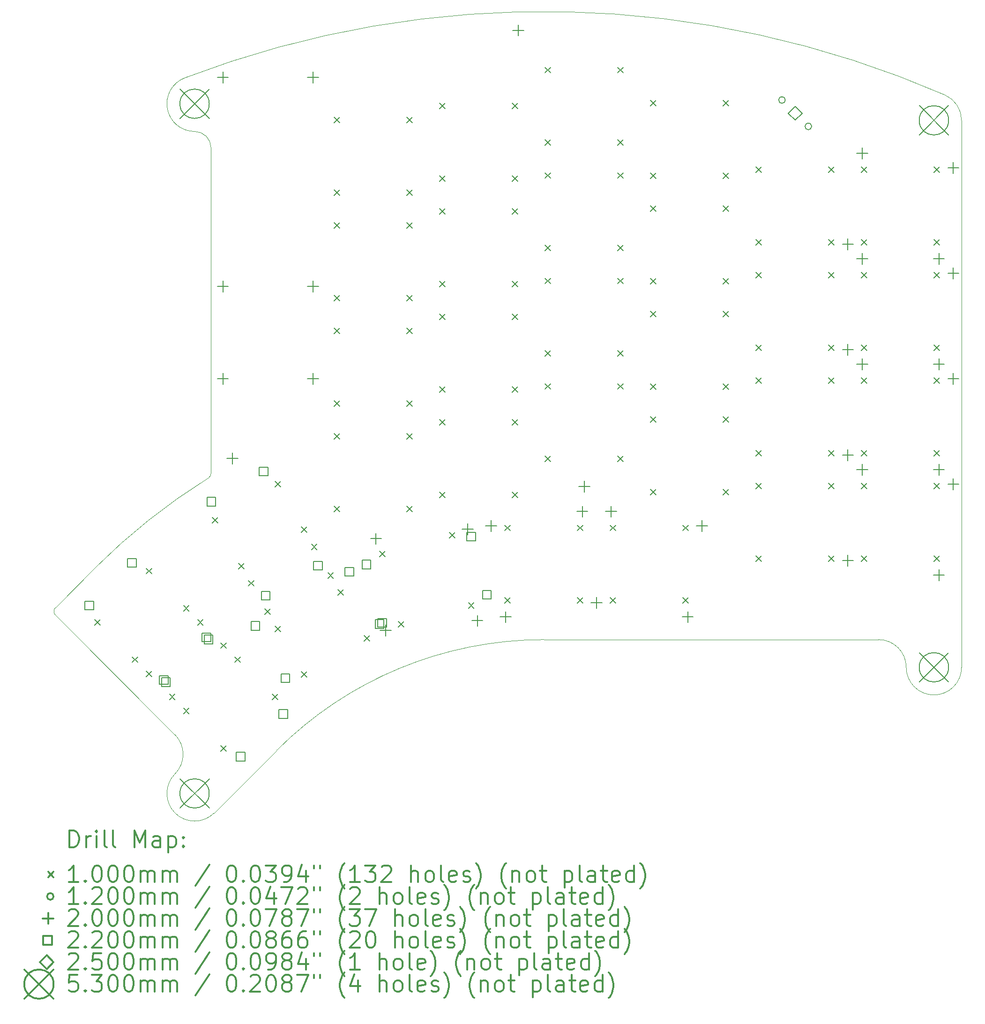
<source format=gbr>
%FSLAX45Y45*%
G04 Gerber Fmt 4.5, Leading zero omitted, Abs format (unit mm)*
G04 Created by KiCad (PCBNEW 5.1.12-84ad8e8a86~92~ubuntu20.04.1) date 2021-11-16 23:16:47*
%MOMM*%
%LPD*%
G01*
G04 APERTURE LIST*
%TA.AperFunction,Profile*%
%ADD10C,0.120000*%
%TD*%
%TA.AperFunction,Profile*%
%ADD11C,0.100000*%
%TD*%
%ADD12C,0.200000*%
%ADD13C,0.300000*%
G04 APERTURE END LIST*
D10*
X7352485Y-12734402D02*
G75*
G02*
X7352485Y-12592980I70711J70711D01*
G01*
D11*
X9510337Y-14892253D02*
G75*
G02*
X9510337Y-15599360I-353553J-353553D01*
G01*
X10217443Y-16306467D02*
G75*
G02*
X9510337Y-15599360I-353553J353553D01*
G01*
X9864130Y-3993217D02*
G75*
G02*
X10161490Y-4290577I0J-297360D01*
G01*
X9864130Y-3993217D02*
G75*
G02*
X9685297Y-3026200I-240J500000D01*
G01*
X22222038Y-13174000D02*
G75*
G02*
X22722038Y-13674000I0J-500000D01*
G01*
X23722038Y-13674000D02*
G75*
G02*
X22722038Y-13674000I-500000J0D01*
G01*
X10161490Y-10169693D02*
G75*
G02*
X10114309Y-10254577I-100000J29D01*
G01*
X10161490Y-4290577D02*
X10161490Y-10169693D01*
X23421413Y-3334354D02*
G75*
G02*
X23722038Y-3792884I-199375J-458530D01*
G01*
X9685297Y-3026200D02*
G75*
G02*
X23421413Y-3334354I6490741J-16973160D01*
G01*
X8061271Y-11884194D02*
G75*
G02*
X10114309Y-10254577I8114767J-8115166D01*
G01*
X7352485Y-12592980D02*
X8061271Y-11884194D01*
X9510337Y-14892253D02*
X7352485Y-12734402D01*
X11350034Y-15173356D02*
X10217443Y-16306467D01*
X11350034Y-15173356D02*
G75*
G02*
X16176038Y-13174360I4826004J-4826004D01*
G01*
X16176038Y-13174360D02*
X22222038Y-13174000D01*
X23722038Y-3792884D02*
X23722038Y-13674000D01*
D12*
X8062298Y-12812945D02*
X8162298Y-12912945D01*
X8162298Y-12812945D02*
X8062298Y-12912945D01*
X8735817Y-13486465D02*
X8835817Y-13586465D01*
X8835817Y-13486465D02*
X8735817Y-13586465D01*
X8990022Y-11885221D02*
X9090022Y-11985221D01*
X9090022Y-11885221D02*
X8990022Y-11985221D01*
X8990022Y-13740670D02*
X9090022Y-13840670D01*
X9090022Y-13740670D02*
X8990022Y-13840670D01*
X9409336Y-14159984D02*
X9509336Y-14259984D01*
X9509336Y-14159984D02*
X9409336Y-14259984D01*
X9663541Y-12558741D02*
X9763541Y-12658741D01*
X9763541Y-12558741D02*
X9663541Y-12658741D01*
X9663541Y-14414189D02*
X9763541Y-14514189D01*
X9763541Y-14414189D02*
X9663541Y-14514189D01*
X9917746Y-12812945D02*
X10017746Y-12912945D01*
X10017746Y-12812945D02*
X9917746Y-12912945D01*
X10183422Y-10968814D02*
X10283422Y-11068814D01*
X10283422Y-10968814D02*
X10183422Y-11068814D01*
X10337061Y-13232260D02*
X10437061Y-13332260D01*
X10437061Y-13232260D02*
X10337061Y-13332260D01*
X10337061Y-15087708D02*
X10437061Y-15187708D01*
X10437061Y-15087708D02*
X10337061Y-15187708D01*
X10591265Y-13486465D02*
X10691265Y-13586465D01*
X10691265Y-13486465D02*
X10591265Y-13586465D01*
X10659672Y-11793703D02*
X10759672Y-11893703D01*
X10759672Y-11793703D02*
X10659672Y-11893703D01*
X10839422Y-12105039D02*
X10939422Y-12205039D01*
X10939422Y-12105039D02*
X10839422Y-12205039D01*
X11135922Y-12618592D02*
X11235922Y-12718592D01*
X11235922Y-12618592D02*
X11135922Y-12718592D01*
X11264785Y-14159984D02*
X11364785Y-14259984D01*
X11364785Y-14159984D02*
X11264785Y-14259984D01*
X11315672Y-12929928D02*
X11415672Y-13029928D01*
X11415672Y-12929928D02*
X11315672Y-13029928D01*
X11319647Y-10312814D02*
X11419647Y-10412814D01*
X11419647Y-10312814D02*
X11319647Y-10412814D01*
X11791922Y-13754817D02*
X11891922Y-13854817D01*
X11891922Y-13754817D02*
X11791922Y-13854817D01*
X11795897Y-11137703D02*
X11895897Y-11237703D01*
X11895897Y-11137703D02*
X11795897Y-11237703D01*
X11975647Y-11449039D02*
X12075647Y-11549039D01*
X12075647Y-11449039D02*
X11975647Y-11549039D01*
X12272147Y-11962592D02*
X12372147Y-12062592D01*
X12372147Y-11962592D02*
X12272147Y-12062592D01*
X12389000Y-3734000D02*
X12489000Y-3834000D01*
X12489000Y-3734000D02*
X12389000Y-3834000D01*
X12389000Y-5046000D02*
X12489000Y-5146000D01*
X12489000Y-5046000D02*
X12389000Y-5146000D01*
X12389000Y-5639000D02*
X12489000Y-5739000D01*
X12489000Y-5639000D02*
X12389000Y-5739000D01*
X12389000Y-6951000D02*
X12489000Y-7051000D01*
X12489000Y-6951000D02*
X12389000Y-7051000D01*
X12389000Y-7544000D02*
X12489000Y-7644000D01*
X12489000Y-7544000D02*
X12389000Y-7644000D01*
X12389000Y-8856000D02*
X12489000Y-8956000D01*
X12489000Y-8856000D02*
X12389000Y-8956000D01*
X12389000Y-9449000D02*
X12489000Y-9549000D01*
X12489000Y-9449000D02*
X12389000Y-9549000D01*
X12389000Y-10761000D02*
X12489000Y-10861000D01*
X12489000Y-10761000D02*
X12389000Y-10861000D01*
X12451897Y-12273928D02*
X12551897Y-12373928D01*
X12551897Y-12273928D02*
X12451897Y-12373928D01*
X12928147Y-13098817D02*
X13028147Y-13198817D01*
X13028147Y-13098817D02*
X12928147Y-13198817D01*
X13204067Y-11577138D02*
X13304067Y-11677138D01*
X13304067Y-11577138D02*
X13204067Y-11677138D01*
X13543638Y-12844433D02*
X13643638Y-12944433D01*
X13643638Y-12844433D02*
X13543638Y-12944433D01*
X13701000Y-3734000D02*
X13801000Y-3834000D01*
X13801000Y-3734000D02*
X13701000Y-3834000D01*
X13701000Y-5046000D02*
X13801000Y-5146000D01*
X13801000Y-5046000D02*
X13701000Y-5146000D01*
X13701000Y-5639000D02*
X13801000Y-5739000D01*
X13801000Y-5639000D02*
X13701000Y-5739000D01*
X13701000Y-6951000D02*
X13801000Y-7051000D01*
X13801000Y-6951000D02*
X13701000Y-7051000D01*
X13701000Y-7544000D02*
X13801000Y-7644000D01*
X13801000Y-7544000D02*
X13701000Y-7644000D01*
X13701000Y-8856000D02*
X13801000Y-8956000D01*
X13801000Y-8856000D02*
X13701000Y-8956000D01*
X13701000Y-9449000D02*
X13801000Y-9549000D01*
X13801000Y-9449000D02*
X13701000Y-9549000D01*
X13701000Y-10761000D02*
X13801000Y-10861000D01*
X13801000Y-10761000D02*
X13701000Y-10861000D01*
X14294000Y-3484000D02*
X14394000Y-3584000D01*
X14394000Y-3484000D02*
X14294000Y-3584000D01*
X14294000Y-4796000D02*
X14394000Y-4896000D01*
X14394000Y-4796000D02*
X14294000Y-4896000D01*
X14294000Y-5389000D02*
X14394000Y-5489000D01*
X14394000Y-5389000D02*
X14294000Y-5489000D01*
X14294000Y-6701000D02*
X14394000Y-6801000D01*
X14394000Y-6701000D02*
X14294000Y-6801000D01*
X14294000Y-7294000D02*
X14394000Y-7394000D01*
X14394000Y-7294000D02*
X14294000Y-7394000D01*
X14294000Y-8606000D02*
X14394000Y-8706000D01*
X14394000Y-8606000D02*
X14294000Y-8706000D01*
X14294000Y-9199000D02*
X14394000Y-9299000D01*
X14394000Y-9199000D02*
X14294000Y-9299000D01*
X14294000Y-10511000D02*
X14394000Y-10611000D01*
X14394000Y-10511000D02*
X14294000Y-10611000D01*
X14471362Y-11237567D02*
X14571362Y-11337567D01*
X14571362Y-11237567D02*
X14471362Y-11337567D01*
X14810933Y-12504862D02*
X14910933Y-12604862D01*
X14910933Y-12504862D02*
X14810933Y-12604862D01*
X15470000Y-11106000D02*
X15570000Y-11206000D01*
X15570000Y-11106000D02*
X15470000Y-11206000D01*
X15470000Y-12418000D02*
X15570000Y-12518000D01*
X15570000Y-12418000D02*
X15470000Y-12518000D01*
X15606000Y-3484000D02*
X15706000Y-3584000D01*
X15706000Y-3484000D02*
X15606000Y-3584000D01*
X15606000Y-4796000D02*
X15706000Y-4896000D01*
X15706000Y-4796000D02*
X15606000Y-4896000D01*
X15606000Y-5389000D02*
X15706000Y-5489000D01*
X15706000Y-5389000D02*
X15606000Y-5489000D01*
X15606000Y-6701000D02*
X15706000Y-6801000D01*
X15706000Y-6701000D02*
X15606000Y-6801000D01*
X15606000Y-7294000D02*
X15706000Y-7394000D01*
X15706000Y-7294000D02*
X15606000Y-7394000D01*
X15606000Y-8606000D02*
X15706000Y-8706000D01*
X15706000Y-8606000D02*
X15606000Y-8706000D01*
X15606000Y-9199000D02*
X15706000Y-9299000D01*
X15706000Y-9199000D02*
X15606000Y-9299000D01*
X15606000Y-10511000D02*
X15706000Y-10611000D01*
X15706000Y-10511000D02*
X15606000Y-10611000D01*
X16199000Y-2834000D02*
X16299000Y-2934000D01*
X16299000Y-2834000D02*
X16199000Y-2934000D01*
X16199000Y-4146000D02*
X16299000Y-4246000D01*
X16299000Y-4146000D02*
X16199000Y-4246000D01*
X16199000Y-4739000D02*
X16299000Y-4839000D01*
X16299000Y-4739000D02*
X16199000Y-4839000D01*
X16199000Y-6051000D02*
X16299000Y-6151000D01*
X16299000Y-6051000D02*
X16199000Y-6151000D01*
X16199000Y-6644000D02*
X16299000Y-6744000D01*
X16299000Y-6644000D02*
X16199000Y-6744000D01*
X16199000Y-7956000D02*
X16299000Y-8056000D01*
X16299000Y-7956000D02*
X16199000Y-8056000D01*
X16199000Y-8549000D02*
X16299000Y-8649000D01*
X16299000Y-8549000D02*
X16199000Y-8649000D01*
X16199000Y-9861000D02*
X16299000Y-9961000D01*
X16299000Y-9861000D02*
X16199000Y-9961000D01*
X16782000Y-11106000D02*
X16882000Y-11206000D01*
X16882000Y-11106000D02*
X16782000Y-11206000D01*
X16782000Y-12418000D02*
X16882000Y-12518000D01*
X16882000Y-12418000D02*
X16782000Y-12518000D01*
X17375000Y-11106000D02*
X17475000Y-11206000D01*
X17475000Y-11106000D02*
X17375000Y-11206000D01*
X17375000Y-12418000D02*
X17475000Y-12518000D01*
X17475000Y-12418000D02*
X17375000Y-12518000D01*
X17511000Y-2834000D02*
X17611000Y-2934000D01*
X17611000Y-2834000D02*
X17511000Y-2934000D01*
X17511000Y-4146000D02*
X17611000Y-4246000D01*
X17611000Y-4146000D02*
X17511000Y-4246000D01*
X17511000Y-4739000D02*
X17611000Y-4839000D01*
X17611000Y-4739000D02*
X17511000Y-4839000D01*
X17511000Y-6051000D02*
X17611000Y-6151000D01*
X17611000Y-6051000D02*
X17511000Y-6151000D01*
X17511000Y-6644000D02*
X17611000Y-6744000D01*
X17611000Y-6644000D02*
X17511000Y-6744000D01*
X17511000Y-7956000D02*
X17611000Y-8056000D01*
X17611000Y-7956000D02*
X17511000Y-8056000D01*
X17511000Y-8549000D02*
X17611000Y-8649000D01*
X17611000Y-8549000D02*
X17511000Y-8649000D01*
X17511000Y-9861000D02*
X17611000Y-9961000D01*
X17611000Y-9861000D02*
X17511000Y-9961000D01*
X18104000Y-3434000D02*
X18204000Y-3534000D01*
X18204000Y-3434000D02*
X18104000Y-3534000D01*
X18104000Y-4746000D02*
X18204000Y-4846000D01*
X18204000Y-4746000D02*
X18104000Y-4846000D01*
X18104000Y-5339000D02*
X18204000Y-5439000D01*
X18204000Y-5339000D02*
X18104000Y-5439000D01*
X18104000Y-6651000D02*
X18204000Y-6751000D01*
X18204000Y-6651000D02*
X18104000Y-6751000D01*
X18104000Y-7244000D02*
X18204000Y-7344000D01*
X18204000Y-7244000D02*
X18104000Y-7344000D01*
X18104000Y-8556000D02*
X18204000Y-8656000D01*
X18204000Y-8556000D02*
X18104000Y-8656000D01*
X18104000Y-9149000D02*
X18204000Y-9249000D01*
X18204000Y-9149000D02*
X18104000Y-9249000D01*
X18104000Y-10461000D02*
X18204000Y-10561000D01*
X18204000Y-10461000D02*
X18104000Y-10561000D01*
X18687000Y-11106000D02*
X18787000Y-11206000D01*
X18787000Y-11106000D02*
X18687000Y-11206000D01*
X18687000Y-12418000D02*
X18787000Y-12518000D01*
X18787000Y-12418000D02*
X18687000Y-12518000D01*
X19416000Y-3434000D02*
X19516000Y-3534000D01*
X19516000Y-3434000D02*
X19416000Y-3534000D01*
X19416000Y-4746000D02*
X19516000Y-4846000D01*
X19516000Y-4746000D02*
X19416000Y-4846000D01*
X19416000Y-5339000D02*
X19516000Y-5439000D01*
X19516000Y-5339000D02*
X19416000Y-5439000D01*
X19416000Y-6651000D02*
X19516000Y-6751000D01*
X19516000Y-6651000D02*
X19416000Y-6751000D01*
X19416000Y-7244000D02*
X19516000Y-7344000D01*
X19516000Y-7244000D02*
X19416000Y-7344000D01*
X19416000Y-8556000D02*
X19516000Y-8656000D01*
X19516000Y-8556000D02*
X19416000Y-8656000D01*
X19416000Y-9149000D02*
X19516000Y-9249000D01*
X19516000Y-9149000D02*
X19416000Y-9249000D01*
X19416000Y-10461000D02*
X19516000Y-10561000D01*
X19516000Y-10461000D02*
X19416000Y-10561000D01*
X20009000Y-4634000D02*
X20109000Y-4734000D01*
X20109000Y-4634000D02*
X20009000Y-4734000D01*
X20009000Y-5946000D02*
X20109000Y-6046000D01*
X20109000Y-5946000D02*
X20009000Y-6046000D01*
X20009000Y-6539000D02*
X20109000Y-6639000D01*
X20109000Y-6539000D02*
X20009000Y-6639000D01*
X20009000Y-7851000D02*
X20109000Y-7951000D01*
X20109000Y-7851000D02*
X20009000Y-7951000D01*
X20009000Y-8444000D02*
X20109000Y-8544000D01*
X20109000Y-8444000D02*
X20009000Y-8544000D01*
X20009000Y-9756000D02*
X20109000Y-9856000D01*
X20109000Y-9756000D02*
X20009000Y-9856000D01*
X20009000Y-10349000D02*
X20109000Y-10449000D01*
X20109000Y-10349000D02*
X20009000Y-10449000D01*
X20009000Y-11661000D02*
X20109000Y-11761000D01*
X20109000Y-11661000D02*
X20009000Y-11761000D01*
X21321000Y-4634000D02*
X21421000Y-4734000D01*
X21421000Y-4634000D02*
X21321000Y-4734000D01*
X21321000Y-5946000D02*
X21421000Y-6046000D01*
X21421000Y-5946000D02*
X21321000Y-6046000D01*
X21321000Y-6539000D02*
X21421000Y-6639000D01*
X21421000Y-6539000D02*
X21321000Y-6639000D01*
X21321000Y-7851000D02*
X21421000Y-7951000D01*
X21421000Y-7851000D02*
X21321000Y-7951000D01*
X21321000Y-8444000D02*
X21421000Y-8544000D01*
X21421000Y-8444000D02*
X21321000Y-8544000D01*
X21321000Y-9756000D02*
X21421000Y-9856000D01*
X21421000Y-9756000D02*
X21321000Y-9856000D01*
X21321000Y-10349000D02*
X21421000Y-10449000D01*
X21421000Y-10349000D02*
X21321000Y-10449000D01*
X21321000Y-11661000D02*
X21421000Y-11761000D01*
X21421000Y-11661000D02*
X21321000Y-11761000D01*
X21914000Y-4634000D02*
X22014000Y-4734000D01*
X22014000Y-4634000D02*
X21914000Y-4734000D01*
X21914000Y-5946000D02*
X22014000Y-6046000D01*
X22014000Y-5946000D02*
X21914000Y-6046000D01*
X21914000Y-6539000D02*
X22014000Y-6639000D01*
X22014000Y-6539000D02*
X21914000Y-6639000D01*
X21914000Y-7851000D02*
X22014000Y-7951000D01*
X22014000Y-7851000D02*
X21914000Y-7951000D01*
X21914000Y-8444000D02*
X22014000Y-8544000D01*
X22014000Y-8444000D02*
X21914000Y-8544000D01*
X21914000Y-9756000D02*
X22014000Y-9856000D01*
X22014000Y-9756000D02*
X21914000Y-9856000D01*
X21914000Y-10349000D02*
X22014000Y-10449000D01*
X22014000Y-10349000D02*
X21914000Y-10449000D01*
X21914000Y-11661000D02*
X22014000Y-11761000D01*
X22014000Y-11661000D02*
X21914000Y-11761000D01*
X23226000Y-4634000D02*
X23326000Y-4734000D01*
X23326000Y-4634000D02*
X23226000Y-4734000D01*
X23226000Y-5946000D02*
X23326000Y-6046000D01*
X23326000Y-5946000D02*
X23226000Y-6046000D01*
X23226000Y-6539000D02*
X23326000Y-6639000D01*
X23326000Y-6539000D02*
X23226000Y-6639000D01*
X23226000Y-7851000D02*
X23326000Y-7951000D01*
X23326000Y-7851000D02*
X23226000Y-7951000D01*
X23226000Y-8444000D02*
X23326000Y-8544000D01*
X23326000Y-8444000D02*
X23226000Y-8544000D01*
X23226000Y-9756000D02*
X23326000Y-9856000D01*
X23326000Y-9756000D02*
X23226000Y-9856000D01*
X23226000Y-10349000D02*
X23326000Y-10449000D01*
X23326000Y-10349000D02*
X23226000Y-10449000D01*
X23226000Y-11661000D02*
X23326000Y-11761000D01*
X23326000Y-11661000D02*
X23226000Y-11761000D01*
X20536875Y-3425625D02*
G75*
G03*
X20536875Y-3425625I-60000J0D01*
G01*
X21013125Y-3901875D02*
G75*
G03*
X21013125Y-3901875I-60000J0D01*
G01*
X10375625Y-2915750D02*
X10375625Y-3115750D01*
X10275625Y-3015750D02*
X10475625Y-3015750D01*
X10375625Y-6691250D02*
X10375625Y-6891250D01*
X10275625Y-6791250D02*
X10475625Y-6791250D01*
X10375625Y-8358125D02*
X10375625Y-8558125D01*
X10275625Y-8458125D02*
X10475625Y-8458125D01*
X10550000Y-9800000D02*
X10550000Y-10000000D01*
X10450000Y-9900000D02*
X10650000Y-9900000D01*
X12004375Y-2915750D02*
X12004375Y-3115750D01*
X11904375Y-3015750D02*
X12104375Y-3015750D01*
X12004375Y-6691250D02*
X12004375Y-6891250D01*
X11904375Y-6791250D02*
X12104375Y-6791250D01*
X12004375Y-8358125D02*
X12004375Y-8558125D01*
X11904375Y-8458125D02*
X12104375Y-8458125D01*
X13142192Y-11250155D02*
X13142192Y-11450155D01*
X13042192Y-11350155D02*
X13242192Y-11350155D01*
X13316655Y-12906308D02*
X13316655Y-13106308D01*
X13216655Y-13006308D02*
X13416655Y-13006308D01*
X14798344Y-11075692D02*
X14798344Y-11275692D01*
X14698344Y-11175692D02*
X14898344Y-11175692D01*
X14972808Y-12731844D02*
X14972808Y-12931844D01*
X14872808Y-12831844D02*
X15072808Y-12831844D01*
X15223500Y-11019625D02*
X15223500Y-11219625D01*
X15123500Y-11119625D02*
X15323500Y-11119625D01*
X15483625Y-12664500D02*
X15483625Y-12864500D01*
X15383625Y-12764500D02*
X15583625Y-12764500D01*
X15714375Y-2065937D02*
X15714375Y-2265938D01*
X15614375Y-2165938D02*
X15814375Y-2165938D01*
X16868375Y-10759500D02*
X16868375Y-10959500D01*
X16768375Y-10859500D02*
X16968375Y-10859500D01*
X16905000Y-10305000D02*
X16905000Y-10505000D01*
X16805000Y-10405000D02*
X17005000Y-10405000D01*
X17128500Y-12404375D02*
X17128500Y-12604375D01*
X17028500Y-12504375D02*
X17228500Y-12504375D01*
X17128500Y-12404375D02*
X17128500Y-12604375D01*
X17028500Y-12504375D02*
X17228500Y-12504375D01*
X17388625Y-10759500D02*
X17388625Y-10959500D01*
X17288625Y-10859500D02*
X17488625Y-10859500D01*
X18773375Y-12664500D02*
X18773375Y-12864500D01*
X18673375Y-12764500D02*
X18873375Y-12764500D01*
X19033500Y-11019625D02*
X19033500Y-11219625D01*
X18933500Y-11119625D02*
X19133500Y-11119625D01*
X21667500Y-5932375D02*
X21667500Y-6132375D01*
X21567500Y-6032375D02*
X21767500Y-6032375D01*
X21667500Y-7837375D02*
X21667500Y-8037375D01*
X21567500Y-7937375D02*
X21767500Y-7937375D01*
X21667500Y-9742375D02*
X21667500Y-9942375D01*
X21567500Y-9842375D02*
X21767500Y-9842375D01*
X21667500Y-11647375D02*
X21667500Y-11847375D01*
X21567500Y-11747375D02*
X21767500Y-11747375D01*
X21927625Y-4287500D02*
X21927625Y-4487500D01*
X21827625Y-4387500D02*
X22027625Y-4387500D01*
X21927625Y-6192500D02*
X21927625Y-6392500D01*
X21827625Y-6292500D02*
X22027625Y-6292500D01*
X21927625Y-8097500D02*
X21927625Y-8297500D01*
X21827625Y-8197500D02*
X22027625Y-8197500D01*
X21927625Y-10002500D02*
X21927625Y-10202500D01*
X21827625Y-10102500D02*
X22027625Y-10102500D01*
X23312375Y-6192500D02*
X23312375Y-6392500D01*
X23212375Y-6292500D02*
X23412375Y-6292500D01*
X23312375Y-8097500D02*
X23312375Y-8297500D01*
X23212375Y-8197500D02*
X23412375Y-8197500D01*
X23312375Y-10002500D02*
X23312375Y-10202500D01*
X23212375Y-10102500D02*
X23412375Y-10102500D01*
X23312375Y-11907500D02*
X23312375Y-12107500D01*
X23212375Y-12007500D02*
X23412375Y-12007500D01*
X23572500Y-4547625D02*
X23572500Y-4747625D01*
X23472500Y-4647625D02*
X23672500Y-4647625D01*
X23572500Y-6452625D02*
X23572500Y-6652625D01*
X23472500Y-6552625D02*
X23672500Y-6552625D01*
X23572500Y-8357625D02*
X23572500Y-8557625D01*
X23472500Y-8457625D02*
X23672500Y-8457625D01*
X23572500Y-10262625D02*
X23572500Y-10462625D01*
X23472500Y-10362625D02*
X23672500Y-10362625D01*
X8039361Y-12633429D02*
X8039361Y-12477864D01*
X7883796Y-12477864D01*
X7883796Y-12633429D01*
X8039361Y-12633429D01*
X8810108Y-11862683D02*
X8810108Y-11707118D01*
X8654543Y-11707118D01*
X8654543Y-11862683D01*
X8810108Y-11862683D01*
X9386400Y-13980468D02*
X9386400Y-13824903D01*
X9230835Y-13824903D01*
X9230835Y-13980468D01*
X9386400Y-13980468D01*
X9425290Y-14019359D02*
X9425290Y-13863794D01*
X9269725Y-13863794D01*
X9269725Y-14019359D01*
X9425290Y-14019359D01*
X10157146Y-13209721D02*
X10157146Y-13054156D01*
X10001581Y-13054156D01*
X10001581Y-13209721D01*
X10157146Y-13209721D01*
X10196037Y-13248612D02*
X10196037Y-13093047D01*
X10040472Y-13093047D01*
X10040472Y-13248612D01*
X10196037Y-13248612D01*
X10245837Y-10761009D02*
X10245837Y-10605444D01*
X10090272Y-10605444D01*
X10090272Y-10761009D01*
X10245837Y-10761009D01*
X10772329Y-15366397D02*
X10772329Y-15210832D01*
X10616764Y-15210832D01*
X10616764Y-15366397D01*
X10772329Y-15366397D01*
X11039116Y-13005009D02*
X11039116Y-12849444D01*
X10883551Y-12849444D01*
X10883551Y-13005009D01*
X11039116Y-13005009D01*
X11189804Y-10216009D02*
X11189804Y-10060444D01*
X11034240Y-10060444D01*
X11034240Y-10216009D01*
X11189804Y-10216009D01*
X11225837Y-12458419D02*
X11225837Y-12302854D01*
X11070272Y-12302854D01*
X11070272Y-12458419D01*
X11225837Y-12458419D01*
X11543075Y-14595651D02*
X11543075Y-14440086D01*
X11387510Y-14440086D01*
X11387510Y-14595651D01*
X11543075Y-14595651D01*
X11584116Y-13948976D02*
X11584116Y-13793411D01*
X11428551Y-13793411D01*
X11428551Y-13948976D01*
X11584116Y-13948976D01*
X12169804Y-11913419D02*
X12169804Y-11757854D01*
X12014239Y-11757854D01*
X12014239Y-11913419D01*
X12169804Y-11913419D01*
X12736526Y-12025009D02*
X12736526Y-11869444D01*
X12580961Y-11869444D01*
X12580961Y-12025009D01*
X12736526Y-12025009D01*
X13047205Y-11896321D02*
X13047205Y-11740756D01*
X12891640Y-11740756D01*
X12891640Y-11896321D01*
X13047205Y-11896321D01*
X13281526Y-12968976D02*
X13281526Y-12813411D01*
X13125961Y-12813411D01*
X13125961Y-12968976D01*
X13281526Y-12968976D01*
X13329318Y-12949180D02*
X13329318Y-12793615D01*
X13173753Y-12793615D01*
X13173753Y-12949180D01*
X13329318Y-12949180D01*
X14940420Y-11389036D02*
X14940420Y-11233471D01*
X14784855Y-11233471D01*
X14784855Y-11389036D01*
X14940420Y-11389036D01*
X15222533Y-12441895D02*
X15222533Y-12286330D01*
X15066968Y-12286330D01*
X15066968Y-12441895D01*
X15222533Y-12441895D01*
X20715000Y-3788750D02*
X20840000Y-3663750D01*
X20715000Y-3538750D01*
X20590000Y-3663750D01*
X20715000Y-3788750D01*
X9598890Y-3228217D02*
X10128890Y-3758217D01*
X10128890Y-3228217D02*
X9598890Y-3758217D01*
X10128890Y-3493217D02*
G75*
G03*
X10128890Y-3493217I-265000J0D01*
G01*
X9598890Y-15687914D02*
X10128890Y-16217914D01*
X10128890Y-15687914D02*
X9598890Y-16217914D01*
X10128890Y-15952914D02*
G75*
G03*
X10128890Y-15952914I-265000J0D01*
G01*
X22957038Y-3527884D02*
X23487038Y-4057884D01*
X23487038Y-3527884D02*
X22957038Y-4057884D01*
X23487038Y-3792884D02*
G75*
G03*
X23487038Y-3792884I-265000J0D01*
G01*
X22957038Y-13409000D02*
X23487038Y-13939000D01*
X23487038Y-13409000D02*
X22957038Y-13939000D01*
X23487038Y-13674000D02*
G75*
G03*
X23487038Y-13674000I-265000J0D01*
G01*
D13*
X7603624Y-16923628D02*
X7603624Y-16623628D01*
X7675052Y-16623628D01*
X7717910Y-16637914D01*
X7746481Y-16666485D01*
X7760767Y-16695057D01*
X7775052Y-16752199D01*
X7775052Y-16795057D01*
X7760767Y-16852200D01*
X7746481Y-16880771D01*
X7717910Y-16909342D01*
X7675052Y-16923628D01*
X7603624Y-16923628D01*
X7903624Y-16923628D02*
X7903624Y-16723628D01*
X7903624Y-16780771D02*
X7917910Y-16752199D01*
X7932195Y-16737914D01*
X7960767Y-16723628D01*
X7989338Y-16723628D01*
X8089338Y-16923628D02*
X8089338Y-16723628D01*
X8089338Y-16623628D02*
X8075052Y-16637914D01*
X8089338Y-16652199D01*
X8103624Y-16637914D01*
X8089338Y-16623628D01*
X8089338Y-16652199D01*
X8275052Y-16923628D02*
X8246481Y-16909342D01*
X8232195Y-16880771D01*
X8232195Y-16623628D01*
X8432195Y-16923628D02*
X8403624Y-16909342D01*
X8389338Y-16880771D01*
X8389338Y-16623628D01*
X8775053Y-16923628D02*
X8775053Y-16623628D01*
X8875053Y-16837914D01*
X8975053Y-16623628D01*
X8975053Y-16923628D01*
X9246481Y-16923628D02*
X9246481Y-16766485D01*
X9232195Y-16737914D01*
X9203624Y-16723628D01*
X9146481Y-16723628D01*
X9117910Y-16737914D01*
X9246481Y-16909342D02*
X9217910Y-16923628D01*
X9146481Y-16923628D01*
X9117910Y-16909342D01*
X9103624Y-16880771D01*
X9103624Y-16852200D01*
X9117910Y-16823628D01*
X9146481Y-16809342D01*
X9217910Y-16809342D01*
X9246481Y-16795057D01*
X9389338Y-16723628D02*
X9389338Y-17023628D01*
X9389338Y-16737914D02*
X9417910Y-16723628D01*
X9475053Y-16723628D01*
X9503624Y-16737914D01*
X9517910Y-16752199D01*
X9532195Y-16780771D01*
X9532195Y-16866485D01*
X9517910Y-16895057D01*
X9503624Y-16909342D01*
X9475053Y-16923628D01*
X9417910Y-16923628D01*
X9389338Y-16909342D01*
X9660767Y-16895057D02*
X9675053Y-16909342D01*
X9660767Y-16923628D01*
X9646481Y-16909342D01*
X9660767Y-16895057D01*
X9660767Y-16923628D01*
X9660767Y-16737914D02*
X9675053Y-16752199D01*
X9660767Y-16766485D01*
X9646481Y-16752199D01*
X9660767Y-16737914D01*
X9660767Y-16766485D01*
X7217195Y-17367914D02*
X7317195Y-17467914D01*
X7317195Y-17367914D02*
X7217195Y-17467914D01*
X7760767Y-17553628D02*
X7589338Y-17553628D01*
X7675052Y-17553628D02*
X7675052Y-17253628D01*
X7646481Y-17296485D01*
X7617910Y-17325057D01*
X7589338Y-17339342D01*
X7889338Y-17525057D02*
X7903624Y-17539342D01*
X7889338Y-17553628D01*
X7875052Y-17539342D01*
X7889338Y-17525057D01*
X7889338Y-17553628D01*
X8089338Y-17253628D02*
X8117910Y-17253628D01*
X8146481Y-17267914D01*
X8160767Y-17282200D01*
X8175052Y-17310771D01*
X8189338Y-17367914D01*
X8189338Y-17439342D01*
X8175052Y-17496485D01*
X8160767Y-17525057D01*
X8146481Y-17539342D01*
X8117910Y-17553628D01*
X8089338Y-17553628D01*
X8060767Y-17539342D01*
X8046481Y-17525057D01*
X8032195Y-17496485D01*
X8017910Y-17439342D01*
X8017910Y-17367914D01*
X8032195Y-17310771D01*
X8046481Y-17282200D01*
X8060767Y-17267914D01*
X8089338Y-17253628D01*
X8375052Y-17253628D02*
X8403624Y-17253628D01*
X8432195Y-17267914D01*
X8446481Y-17282200D01*
X8460767Y-17310771D01*
X8475053Y-17367914D01*
X8475053Y-17439342D01*
X8460767Y-17496485D01*
X8446481Y-17525057D01*
X8432195Y-17539342D01*
X8403624Y-17553628D01*
X8375052Y-17553628D01*
X8346481Y-17539342D01*
X8332195Y-17525057D01*
X8317910Y-17496485D01*
X8303624Y-17439342D01*
X8303624Y-17367914D01*
X8317910Y-17310771D01*
X8332195Y-17282200D01*
X8346481Y-17267914D01*
X8375052Y-17253628D01*
X8660767Y-17253628D02*
X8689338Y-17253628D01*
X8717910Y-17267914D01*
X8732195Y-17282200D01*
X8746481Y-17310771D01*
X8760767Y-17367914D01*
X8760767Y-17439342D01*
X8746481Y-17496485D01*
X8732195Y-17525057D01*
X8717910Y-17539342D01*
X8689338Y-17553628D01*
X8660767Y-17553628D01*
X8632195Y-17539342D01*
X8617910Y-17525057D01*
X8603624Y-17496485D01*
X8589338Y-17439342D01*
X8589338Y-17367914D01*
X8603624Y-17310771D01*
X8617910Y-17282200D01*
X8632195Y-17267914D01*
X8660767Y-17253628D01*
X8889338Y-17553628D02*
X8889338Y-17353628D01*
X8889338Y-17382200D02*
X8903624Y-17367914D01*
X8932195Y-17353628D01*
X8975053Y-17353628D01*
X9003624Y-17367914D01*
X9017910Y-17396485D01*
X9017910Y-17553628D01*
X9017910Y-17396485D02*
X9032195Y-17367914D01*
X9060767Y-17353628D01*
X9103624Y-17353628D01*
X9132195Y-17367914D01*
X9146481Y-17396485D01*
X9146481Y-17553628D01*
X9289338Y-17553628D02*
X9289338Y-17353628D01*
X9289338Y-17382200D02*
X9303624Y-17367914D01*
X9332195Y-17353628D01*
X9375053Y-17353628D01*
X9403624Y-17367914D01*
X9417910Y-17396485D01*
X9417910Y-17553628D01*
X9417910Y-17396485D02*
X9432195Y-17367914D01*
X9460767Y-17353628D01*
X9503624Y-17353628D01*
X9532195Y-17367914D01*
X9546481Y-17396485D01*
X9546481Y-17553628D01*
X10132195Y-17239342D02*
X9875053Y-17625057D01*
X10517910Y-17253628D02*
X10546481Y-17253628D01*
X10575053Y-17267914D01*
X10589338Y-17282200D01*
X10603624Y-17310771D01*
X10617910Y-17367914D01*
X10617910Y-17439342D01*
X10603624Y-17496485D01*
X10589338Y-17525057D01*
X10575053Y-17539342D01*
X10546481Y-17553628D01*
X10517910Y-17553628D01*
X10489338Y-17539342D01*
X10475053Y-17525057D01*
X10460767Y-17496485D01*
X10446481Y-17439342D01*
X10446481Y-17367914D01*
X10460767Y-17310771D01*
X10475053Y-17282200D01*
X10489338Y-17267914D01*
X10517910Y-17253628D01*
X10746481Y-17525057D02*
X10760767Y-17539342D01*
X10746481Y-17553628D01*
X10732195Y-17539342D01*
X10746481Y-17525057D01*
X10746481Y-17553628D01*
X10946481Y-17253628D02*
X10975053Y-17253628D01*
X11003624Y-17267914D01*
X11017910Y-17282200D01*
X11032195Y-17310771D01*
X11046481Y-17367914D01*
X11046481Y-17439342D01*
X11032195Y-17496485D01*
X11017910Y-17525057D01*
X11003624Y-17539342D01*
X10975053Y-17553628D01*
X10946481Y-17553628D01*
X10917910Y-17539342D01*
X10903624Y-17525057D01*
X10889338Y-17496485D01*
X10875053Y-17439342D01*
X10875053Y-17367914D01*
X10889338Y-17310771D01*
X10903624Y-17282200D01*
X10917910Y-17267914D01*
X10946481Y-17253628D01*
X11146481Y-17253628D02*
X11332195Y-17253628D01*
X11232195Y-17367914D01*
X11275052Y-17367914D01*
X11303624Y-17382200D01*
X11317910Y-17396485D01*
X11332195Y-17425057D01*
X11332195Y-17496485D01*
X11317910Y-17525057D01*
X11303624Y-17539342D01*
X11275052Y-17553628D01*
X11189338Y-17553628D01*
X11160767Y-17539342D01*
X11146481Y-17525057D01*
X11475052Y-17553628D02*
X11532195Y-17553628D01*
X11560767Y-17539342D01*
X11575052Y-17525057D01*
X11603624Y-17482200D01*
X11617910Y-17425057D01*
X11617910Y-17310771D01*
X11603624Y-17282200D01*
X11589338Y-17267914D01*
X11560767Y-17253628D01*
X11503624Y-17253628D01*
X11475052Y-17267914D01*
X11460767Y-17282200D01*
X11446481Y-17310771D01*
X11446481Y-17382200D01*
X11460767Y-17410771D01*
X11475052Y-17425057D01*
X11503624Y-17439342D01*
X11560767Y-17439342D01*
X11589338Y-17425057D01*
X11603624Y-17410771D01*
X11617910Y-17382200D01*
X11875052Y-17353628D02*
X11875052Y-17553628D01*
X11803624Y-17239342D02*
X11732195Y-17453628D01*
X11917910Y-17453628D01*
X12017910Y-17253628D02*
X12017910Y-17310771D01*
X12132195Y-17253628D02*
X12132195Y-17310771D01*
X12575052Y-17667914D02*
X12560767Y-17653628D01*
X12532195Y-17610771D01*
X12517910Y-17582200D01*
X12503624Y-17539342D01*
X12489338Y-17467914D01*
X12489338Y-17410771D01*
X12503624Y-17339342D01*
X12517910Y-17296485D01*
X12532195Y-17267914D01*
X12560767Y-17225057D01*
X12575052Y-17210771D01*
X12846481Y-17553628D02*
X12675052Y-17553628D01*
X12760767Y-17553628D02*
X12760767Y-17253628D01*
X12732195Y-17296485D01*
X12703624Y-17325057D01*
X12675052Y-17339342D01*
X12946481Y-17253628D02*
X13132195Y-17253628D01*
X13032195Y-17367914D01*
X13075052Y-17367914D01*
X13103624Y-17382200D01*
X13117910Y-17396485D01*
X13132195Y-17425057D01*
X13132195Y-17496485D01*
X13117910Y-17525057D01*
X13103624Y-17539342D01*
X13075052Y-17553628D01*
X12989338Y-17553628D01*
X12960767Y-17539342D01*
X12946481Y-17525057D01*
X13246481Y-17282200D02*
X13260767Y-17267914D01*
X13289338Y-17253628D01*
X13360767Y-17253628D01*
X13389338Y-17267914D01*
X13403624Y-17282200D01*
X13417910Y-17310771D01*
X13417910Y-17339342D01*
X13403624Y-17382200D01*
X13232195Y-17553628D01*
X13417910Y-17553628D01*
X13775052Y-17553628D02*
X13775052Y-17253628D01*
X13903624Y-17553628D02*
X13903624Y-17396485D01*
X13889338Y-17367914D01*
X13860767Y-17353628D01*
X13817910Y-17353628D01*
X13789338Y-17367914D01*
X13775052Y-17382200D01*
X14089338Y-17553628D02*
X14060767Y-17539342D01*
X14046481Y-17525057D01*
X14032195Y-17496485D01*
X14032195Y-17410771D01*
X14046481Y-17382200D01*
X14060767Y-17367914D01*
X14089338Y-17353628D01*
X14132195Y-17353628D01*
X14160767Y-17367914D01*
X14175052Y-17382200D01*
X14189338Y-17410771D01*
X14189338Y-17496485D01*
X14175052Y-17525057D01*
X14160767Y-17539342D01*
X14132195Y-17553628D01*
X14089338Y-17553628D01*
X14360767Y-17553628D02*
X14332195Y-17539342D01*
X14317910Y-17510771D01*
X14317910Y-17253628D01*
X14589338Y-17539342D02*
X14560767Y-17553628D01*
X14503624Y-17553628D01*
X14475052Y-17539342D01*
X14460767Y-17510771D01*
X14460767Y-17396485D01*
X14475052Y-17367914D01*
X14503624Y-17353628D01*
X14560767Y-17353628D01*
X14589338Y-17367914D01*
X14603624Y-17396485D01*
X14603624Y-17425057D01*
X14460767Y-17453628D01*
X14717910Y-17539342D02*
X14746481Y-17553628D01*
X14803624Y-17553628D01*
X14832195Y-17539342D01*
X14846481Y-17510771D01*
X14846481Y-17496485D01*
X14832195Y-17467914D01*
X14803624Y-17453628D01*
X14760767Y-17453628D01*
X14732195Y-17439342D01*
X14717910Y-17410771D01*
X14717910Y-17396485D01*
X14732195Y-17367914D01*
X14760767Y-17353628D01*
X14803624Y-17353628D01*
X14832195Y-17367914D01*
X14946481Y-17667914D02*
X14960767Y-17653628D01*
X14989338Y-17610771D01*
X15003624Y-17582200D01*
X15017910Y-17539342D01*
X15032195Y-17467914D01*
X15032195Y-17410771D01*
X15017910Y-17339342D01*
X15003624Y-17296485D01*
X14989338Y-17267914D01*
X14960767Y-17225057D01*
X14946481Y-17210771D01*
X15489338Y-17667914D02*
X15475052Y-17653628D01*
X15446481Y-17610771D01*
X15432195Y-17582200D01*
X15417910Y-17539342D01*
X15403624Y-17467914D01*
X15403624Y-17410771D01*
X15417910Y-17339342D01*
X15432195Y-17296485D01*
X15446481Y-17267914D01*
X15475052Y-17225057D01*
X15489338Y-17210771D01*
X15603624Y-17353628D02*
X15603624Y-17553628D01*
X15603624Y-17382200D02*
X15617910Y-17367914D01*
X15646481Y-17353628D01*
X15689338Y-17353628D01*
X15717910Y-17367914D01*
X15732195Y-17396485D01*
X15732195Y-17553628D01*
X15917910Y-17553628D02*
X15889338Y-17539342D01*
X15875052Y-17525057D01*
X15860767Y-17496485D01*
X15860767Y-17410771D01*
X15875052Y-17382200D01*
X15889338Y-17367914D01*
X15917910Y-17353628D01*
X15960767Y-17353628D01*
X15989338Y-17367914D01*
X16003624Y-17382200D01*
X16017910Y-17410771D01*
X16017910Y-17496485D01*
X16003624Y-17525057D01*
X15989338Y-17539342D01*
X15960767Y-17553628D01*
X15917910Y-17553628D01*
X16103624Y-17353628D02*
X16217910Y-17353628D01*
X16146481Y-17253628D02*
X16146481Y-17510771D01*
X16160767Y-17539342D01*
X16189338Y-17553628D01*
X16217910Y-17553628D01*
X16546481Y-17353628D02*
X16546481Y-17653628D01*
X16546481Y-17367914D02*
X16575052Y-17353628D01*
X16632195Y-17353628D01*
X16660767Y-17367914D01*
X16675052Y-17382200D01*
X16689338Y-17410771D01*
X16689338Y-17496485D01*
X16675052Y-17525057D01*
X16660767Y-17539342D01*
X16632195Y-17553628D01*
X16575052Y-17553628D01*
X16546481Y-17539342D01*
X16860767Y-17553628D02*
X16832195Y-17539342D01*
X16817910Y-17510771D01*
X16817910Y-17253628D01*
X17103624Y-17553628D02*
X17103624Y-17396485D01*
X17089338Y-17367914D01*
X17060767Y-17353628D01*
X17003624Y-17353628D01*
X16975053Y-17367914D01*
X17103624Y-17539342D02*
X17075053Y-17553628D01*
X17003624Y-17553628D01*
X16975053Y-17539342D01*
X16960767Y-17510771D01*
X16960767Y-17482200D01*
X16975053Y-17453628D01*
X17003624Y-17439342D01*
X17075053Y-17439342D01*
X17103624Y-17425057D01*
X17203624Y-17353628D02*
X17317910Y-17353628D01*
X17246481Y-17253628D02*
X17246481Y-17510771D01*
X17260767Y-17539342D01*
X17289338Y-17553628D01*
X17317910Y-17553628D01*
X17532195Y-17539342D02*
X17503624Y-17553628D01*
X17446481Y-17553628D01*
X17417910Y-17539342D01*
X17403624Y-17510771D01*
X17403624Y-17396485D01*
X17417910Y-17367914D01*
X17446481Y-17353628D01*
X17503624Y-17353628D01*
X17532195Y-17367914D01*
X17546481Y-17396485D01*
X17546481Y-17425057D01*
X17403624Y-17453628D01*
X17803624Y-17553628D02*
X17803624Y-17253628D01*
X17803624Y-17539342D02*
X17775053Y-17553628D01*
X17717910Y-17553628D01*
X17689338Y-17539342D01*
X17675053Y-17525057D01*
X17660767Y-17496485D01*
X17660767Y-17410771D01*
X17675053Y-17382200D01*
X17689338Y-17367914D01*
X17717910Y-17353628D01*
X17775053Y-17353628D01*
X17803624Y-17367914D01*
X17917910Y-17667914D02*
X17932195Y-17653628D01*
X17960767Y-17610771D01*
X17975053Y-17582200D01*
X17989338Y-17539342D01*
X18003624Y-17467914D01*
X18003624Y-17410771D01*
X17989338Y-17339342D01*
X17975053Y-17296485D01*
X17960767Y-17267914D01*
X17932195Y-17225057D01*
X17917910Y-17210771D01*
X7317195Y-17813914D02*
G75*
G03*
X7317195Y-17813914I-60000J0D01*
G01*
X7760767Y-17949628D02*
X7589338Y-17949628D01*
X7675052Y-17949628D02*
X7675052Y-17649628D01*
X7646481Y-17692485D01*
X7617910Y-17721057D01*
X7589338Y-17735342D01*
X7889338Y-17921057D02*
X7903624Y-17935342D01*
X7889338Y-17949628D01*
X7875052Y-17935342D01*
X7889338Y-17921057D01*
X7889338Y-17949628D01*
X8017910Y-17678200D02*
X8032195Y-17663914D01*
X8060767Y-17649628D01*
X8132195Y-17649628D01*
X8160767Y-17663914D01*
X8175052Y-17678200D01*
X8189338Y-17706771D01*
X8189338Y-17735342D01*
X8175052Y-17778200D01*
X8003624Y-17949628D01*
X8189338Y-17949628D01*
X8375052Y-17649628D02*
X8403624Y-17649628D01*
X8432195Y-17663914D01*
X8446481Y-17678200D01*
X8460767Y-17706771D01*
X8475053Y-17763914D01*
X8475053Y-17835342D01*
X8460767Y-17892485D01*
X8446481Y-17921057D01*
X8432195Y-17935342D01*
X8403624Y-17949628D01*
X8375052Y-17949628D01*
X8346481Y-17935342D01*
X8332195Y-17921057D01*
X8317910Y-17892485D01*
X8303624Y-17835342D01*
X8303624Y-17763914D01*
X8317910Y-17706771D01*
X8332195Y-17678200D01*
X8346481Y-17663914D01*
X8375052Y-17649628D01*
X8660767Y-17649628D02*
X8689338Y-17649628D01*
X8717910Y-17663914D01*
X8732195Y-17678200D01*
X8746481Y-17706771D01*
X8760767Y-17763914D01*
X8760767Y-17835342D01*
X8746481Y-17892485D01*
X8732195Y-17921057D01*
X8717910Y-17935342D01*
X8689338Y-17949628D01*
X8660767Y-17949628D01*
X8632195Y-17935342D01*
X8617910Y-17921057D01*
X8603624Y-17892485D01*
X8589338Y-17835342D01*
X8589338Y-17763914D01*
X8603624Y-17706771D01*
X8617910Y-17678200D01*
X8632195Y-17663914D01*
X8660767Y-17649628D01*
X8889338Y-17949628D02*
X8889338Y-17749628D01*
X8889338Y-17778200D02*
X8903624Y-17763914D01*
X8932195Y-17749628D01*
X8975053Y-17749628D01*
X9003624Y-17763914D01*
X9017910Y-17792485D01*
X9017910Y-17949628D01*
X9017910Y-17792485D02*
X9032195Y-17763914D01*
X9060767Y-17749628D01*
X9103624Y-17749628D01*
X9132195Y-17763914D01*
X9146481Y-17792485D01*
X9146481Y-17949628D01*
X9289338Y-17949628D02*
X9289338Y-17749628D01*
X9289338Y-17778200D02*
X9303624Y-17763914D01*
X9332195Y-17749628D01*
X9375053Y-17749628D01*
X9403624Y-17763914D01*
X9417910Y-17792485D01*
X9417910Y-17949628D01*
X9417910Y-17792485D02*
X9432195Y-17763914D01*
X9460767Y-17749628D01*
X9503624Y-17749628D01*
X9532195Y-17763914D01*
X9546481Y-17792485D01*
X9546481Y-17949628D01*
X10132195Y-17635342D02*
X9875053Y-18021057D01*
X10517910Y-17649628D02*
X10546481Y-17649628D01*
X10575053Y-17663914D01*
X10589338Y-17678200D01*
X10603624Y-17706771D01*
X10617910Y-17763914D01*
X10617910Y-17835342D01*
X10603624Y-17892485D01*
X10589338Y-17921057D01*
X10575053Y-17935342D01*
X10546481Y-17949628D01*
X10517910Y-17949628D01*
X10489338Y-17935342D01*
X10475053Y-17921057D01*
X10460767Y-17892485D01*
X10446481Y-17835342D01*
X10446481Y-17763914D01*
X10460767Y-17706771D01*
X10475053Y-17678200D01*
X10489338Y-17663914D01*
X10517910Y-17649628D01*
X10746481Y-17921057D02*
X10760767Y-17935342D01*
X10746481Y-17949628D01*
X10732195Y-17935342D01*
X10746481Y-17921057D01*
X10746481Y-17949628D01*
X10946481Y-17649628D02*
X10975053Y-17649628D01*
X11003624Y-17663914D01*
X11017910Y-17678200D01*
X11032195Y-17706771D01*
X11046481Y-17763914D01*
X11046481Y-17835342D01*
X11032195Y-17892485D01*
X11017910Y-17921057D01*
X11003624Y-17935342D01*
X10975053Y-17949628D01*
X10946481Y-17949628D01*
X10917910Y-17935342D01*
X10903624Y-17921057D01*
X10889338Y-17892485D01*
X10875053Y-17835342D01*
X10875053Y-17763914D01*
X10889338Y-17706771D01*
X10903624Y-17678200D01*
X10917910Y-17663914D01*
X10946481Y-17649628D01*
X11303624Y-17749628D02*
X11303624Y-17949628D01*
X11232195Y-17635342D02*
X11160767Y-17849628D01*
X11346481Y-17849628D01*
X11432195Y-17649628D02*
X11632195Y-17649628D01*
X11503624Y-17949628D01*
X11732195Y-17678200D02*
X11746481Y-17663914D01*
X11775052Y-17649628D01*
X11846481Y-17649628D01*
X11875052Y-17663914D01*
X11889338Y-17678200D01*
X11903624Y-17706771D01*
X11903624Y-17735342D01*
X11889338Y-17778200D01*
X11717910Y-17949628D01*
X11903624Y-17949628D01*
X12017910Y-17649628D02*
X12017910Y-17706771D01*
X12132195Y-17649628D02*
X12132195Y-17706771D01*
X12575052Y-18063914D02*
X12560767Y-18049628D01*
X12532195Y-18006771D01*
X12517910Y-17978200D01*
X12503624Y-17935342D01*
X12489338Y-17863914D01*
X12489338Y-17806771D01*
X12503624Y-17735342D01*
X12517910Y-17692485D01*
X12532195Y-17663914D01*
X12560767Y-17621057D01*
X12575052Y-17606771D01*
X12675052Y-17678200D02*
X12689338Y-17663914D01*
X12717910Y-17649628D01*
X12789338Y-17649628D01*
X12817910Y-17663914D01*
X12832195Y-17678200D01*
X12846481Y-17706771D01*
X12846481Y-17735342D01*
X12832195Y-17778200D01*
X12660767Y-17949628D01*
X12846481Y-17949628D01*
X13203624Y-17949628D02*
X13203624Y-17649628D01*
X13332195Y-17949628D02*
X13332195Y-17792485D01*
X13317910Y-17763914D01*
X13289338Y-17749628D01*
X13246481Y-17749628D01*
X13217910Y-17763914D01*
X13203624Y-17778200D01*
X13517910Y-17949628D02*
X13489338Y-17935342D01*
X13475052Y-17921057D01*
X13460767Y-17892485D01*
X13460767Y-17806771D01*
X13475052Y-17778200D01*
X13489338Y-17763914D01*
X13517910Y-17749628D01*
X13560767Y-17749628D01*
X13589338Y-17763914D01*
X13603624Y-17778200D01*
X13617910Y-17806771D01*
X13617910Y-17892485D01*
X13603624Y-17921057D01*
X13589338Y-17935342D01*
X13560767Y-17949628D01*
X13517910Y-17949628D01*
X13789338Y-17949628D02*
X13760767Y-17935342D01*
X13746481Y-17906771D01*
X13746481Y-17649628D01*
X14017910Y-17935342D02*
X13989338Y-17949628D01*
X13932195Y-17949628D01*
X13903624Y-17935342D01*
X13889338Y-17906771D01*
X13889338Y-17792485D01*
X13903624Y-17763914D01*
X13932195Y-17749628D01*
X13989338Y-17749628D01*
X14017910Y-17763914D01*
X14032195Y-17792485D01*
X14032195Y-17821057D01*
X13889338Y-17849628D01*
X14146481Y-17935342D02*
X14175052Y-17949628D01*
X14232195Y-17949628D01*
X14260767Y-17935342D01*
X14275052Y-17906771D01*
X14275052Y-17892485D01*
X14260767Y-17863914D01*
X14232195Y-17849628D01*
X14189338Y-17849628D01*
X14160767Y-17835342D01*
X14146481Y-17806771D01*
X14146481Y-17792485D01*
X14160767Y-17763914D01*
X14189338Y-17749628D01*
X14232195Y-17749628D01*
X14260767Y-17763914D01*
X14375052Y-18063914D02*
X14389338Y-18049628D01*
X14417910Y-18006771D01*
X14432195Y-17978200D01*
X14446481Y-17935342D01*
X14460767Y-17863914D01*
X14460767Y-17806771D01*
X14446481Y-17735342D01*
X14432195Y-17692485D01*
X14417910Y-17663914D01*
X14389338Y-17621057D01*
X14375052Y-17606771D01*
X14917910Y-18063914D02*
X14903624Y-18049628D01*
X14875052Y-18006771D01*
X14860767Y-17978200D01*
X14846481Y-17935342D01*
X14832195Y-17863914D01*
X14832195Y-17806771D01*
X14846481Y-17735342D01*
X14860767Y-17692485D01*
X14875052Y-17663914D01*
X14903624Y-17621057D01*
X14917910Y-17606771D01*
X15032195Y-17749628D02*
X15032195Y-17949628D01*
X15032195Y-17778200D02*
X15046481Y-17763914D01*
X15075052Y-17749628D01*
X15117910Y-17749628D01*
X15146481Y-17763914D01*
X15160767Y-17792485D01*
X15160767Y-17949628D01*
X15346481Y-17949628D02*
X15317910Y-17935342D01*
X15303624Y-17921057D01*
X15289338Y-17892485D01*
X15289338Y-17806771D01*
X15303624Y-17778200D01*
X15317910Y-17763914D01*
X15346481Y-17749628D01*
X15389338Y-17749628D01*
X15417910Y-17763914D01*
X15432195Y-17778200D01*
X15446481Y-17806771D01*
X15446481Y-17892485D01*
X15432195Y-17921057D01*
X15417910Y-17935342D01*
X15389338Y-17949628D01*
X15346481Y-17949628D01*
X15532195Y-17749628D02*
X15646481Y-17749628D01*
X15575052Y-17649628D02*
X15575052Y-17906771D01*
X15589338Y-17935342D01*
X15617910Y-17949628D01*
X15646481Y-17949628D01*
X15975052Y-17749628D02*
X15975052Y-18049628D01*
X15975052Y-17763914D02*
X16003624Y-17749628D01*
X16060767Y-17749628D01*
X16089338Y-17763914D01*
X16103624Y-17778200D01*
X16117910Y-17806771D01*
X16117910Y-17892485D01*
X16103624Y-17921057D01*
X16089338Y-17935342D01*
X16060767Y-17949628D01*
X16003624Y-17949628D01*
X15975052Y-17935342D01*
X16289338Y-17949628D02*
X16260767Y-17935342D01*
X16246481Y-17906771D01*
X16246481Y-17649628D01*
X16532195Y-17949628D02*
X16532195Y-17792485D01*
X16517910Y-17763914D01*
X16489338Y-17749628D01*
X16432195Y-17749628D01*
X16403624Y-17763914D01*
X16532195Y-17935342D02*
X16503624Y-17949628D01*
X16432195Y-17949628D01*
X16403624Y-17935342D01*
X16389338Y-17906771D01*
X16389338Y-17878200D01*
X16403624Y-17849628D01*
X16432195Y-17835342D01*
X16503624Y-17835342D01*
X16532195Y-17821057D01*
X16632195Y-17749628D02*
X16746481Y-17749628D01*
X16675052Y-17649628D02*
X16675052Y-17906771D01*
X16689338Y-17935342D01*
X16717910Y-17949628D01*
X16746481Y-17949628D01*
X16960767Y-17935342D02*
X16932195Y-17949628D01*
X16875053Y-17949628D01*
X16846481Y-17935342D01*
X16832195Y-17906771D01*
X16832195Y-17792485D01*
X16846481Y-17763914D01*
X16875053Y-17749628D01*
X16932195Y-17749628D01*
X16960767Y-17763914D01*
X16975053Y-17792485D01*
X16975053Y-17821057D01*
X16832195Y-17849628D01*
X17232195Y-17949628D02*
X17232195Y-17649628D01*
X17232195Y-17935342D02*
X17203624Y-17949628D01*
X17146481Y-17949628D01*
X17117910Y-17935342D01*
X17103624Y-17921057D01*
X17089338Y-17892485D01*
X17089338Y-17806771D01*
X17103624Y-17778200D01*
X17117910Y-17763914D01*
X17146481Y-17749628D01*
X17203624Y-17749628D01*
X17232195Y-17763914D01*
X17346481Y-18063914D02*
X17360767Y-18049628D01*
X17389338Y-18006771D01*
X17403624Y-17978200D01*
X17417910Y-17935342D01*
X17432195Y-17863914D01*
X17432195Y-17806771D01*
X17417910Y-17735342D01*
X17403624Y-17692485D01*
X17389338Y-17663914D01*
X17360767Y-17621057D01*
X17346481Y-17606771D01*
X7217195Y-18109914D02*
X7217195Y-18309914D01*
X7117195Y-18209914D02*
X7317195Y-18209914D01*
X7589338Y-18074200D02*
X7603624Y-18059914D01*
X7632195Y-18045628D01*
X7703624Y-18045628D01*
X7732195Y-18059914D01*
X7746481Y-18074200D01*
X7760767Y-18102771D01*
X7760767Y-18131342D01*
X7746481Y-18174200D01*
X7575052Y-18345628D01*
X7760767Y-18345628D01*
X7889338Y-18317057D02*
X7903624Y-18331342D01*
X7889338Y-18345628D01*
X7875052Y-18331342D01*
X7889338Y-18317057D01*
X7889338Y-18345628D01*
X8089338Y-18045628D02*
X8117910Y-18045628D01*
X8146481Y-18059914D01*
X8160767Y-18074200D01*
X8175052Y-18102771D01*
X8189338Y-18159914D01*
X8189338Y-18231342D01*
X8175052Y-18288485D01*
X8160767Y-18317057D01*
X8146481Y-18331342D01*
X8117910Y-18345628D01*
X8089338Y-18345628D01*
X8060767Y-18331342D01*
X8046481Y-18317057D01*
X8032195Y-18288485D01*
X8017910Y-18231342D01*
X8017910Y-18159914D01*
X8032195Y-18102771D01*
X8046481Y-18074200D01*
X8060767Y-18059914D01*
X8089338Y-18045628D01*
X8375052Y-18045628D02*
X8403624Y-18045628D01*
X8432195Y-18059914D01*
X8446481Y-18074200D01*
X8460767Y-18102771D01*
X8475053Y-18159914D01*
X8475053Y-18231342D01*
X8460767Y-18288485D01*
X8446481Y-18317057D01*
X8432195Y-18331342D01*
X8403624Y-18345628D01*
X8375052Y-18345628D01*
X8346481Y-18331342D01*
X8332195Y-18317057D01*
X8317910Y-18288485D01*
X8303624Y-18231342D01*
X8303624Y-18159914D01*
X8317910Y-18102771D01*
X8332195Y-18074200D01*
X8346481Y-18059914D01*
X8375052Y-18045628D01*
X8660767Y-18045628D02*
X8689338Y-18045628D01*
X8717910Y-18059914D01*
X8732195Y-18074200D01*
X8746481Y-18102771D01*
X8760767Y-18159914D01*
X8760767Y-18231342D01*
X8746481Y-18288485D01*
X8732195Y-18317057D01*
X8717910Y-18331342D01*
X8689338Y-18345628D01*
X8660767Y-18345628D01*
X8632195Y-18331342D01*
X8617910Y-18317057D01*
X8603624Y-18288485D01*
X8589338Y-18231342D01*
X8589338Y-18159914D01*
X8603624Y-18102771D01*
X8617910Y-18074200D01*
X8632195Y-18059914D01*
X8660767Y-18045628D01*
X8889338Y-18345628D02*
X8889338Y-18145628D01*
X8889338Y-18174200D02*
X8903624Y-18159914D01*
X8932195Y-18145628D01*
X8975053Y-18145628D01*
X9003624Y-18159914D01*
X9017910Y-18188485D01*
X9017910Y-18345628D01*
X9017910Y-18188485D02*
X9032195Y-18159914D01*
X9060767Y-18145628D01*
X9103624Y-18145628D01*
X9132195Y-18159914D01*
X9146481Y-18188485D01*
X9146481Y-18345628D01*
X9289338Y-18345628D02*
X9289338Y-18145628D01*
X9289338Y-18174200D02*
X9303624Y-18159914D01*
X9332195Y-18145628D01*
X9375053Y-18145628D01*
X9403624Y-18159914D01*
X9417910Y-18188485D01*
X9417910Y-18345628D01*
X9417910Y-18188485D02*
X9432195Y-18159914D01*
X9460767Y-18145628D01*
X9503624Y-18145628D01*
X9532195Y-18159914D01*
X9546481Y-18188485D01*
X9546481Y-18345628D01*
X10132195Y-18031342D02*
X9875053Y-18417057D01*
X10517910Y-18045628D02*
X10546481Y-18045628D01*
X10575053Y-18059914D01*
X10589338Y-18074200D01*
X10603624Y-18102771D01*
X10617910Y-18159914D01*
X10617910Y-18231342D01*
X10603624Y-18288485D01*
X10589338Y-18317057D01*
X10575053Y-18331342D01*
X10546481Y-18345628D01*
X10517910Y-18345628D01*
X10489338Y-18331342D01*
X10475053Y-18317057D01*
X10460767Y-18288485D01*
X10446481Y-18231342D01*
X10446481Y-18159914D01*
X10460767Y-18102771D01*
X10475053Y-18074200D01*
X10489338Y-18059914D01*
X10517910Y-18045628D01*
X10746481Y-18317057D02*
X10760767Y-18331342D01*
X10746481Y-18345628D01*
X10732195Y-18331342D01*
X10746481Y-18317057D01*
X10746481Y-18345628D01*
X10946481Y-18045628D02*
X10975053Y-18045628D01*
X11003624Y-18059914D01*
X11017910Y-18074200D01*
X11032195Y-18102771D01*
X11046481Y-18159914D01*
X11046481Y-18231342D01*
X11032195Y-18288485D01*
X11017910Y-18317057D01*
X11003624Y-18331342D01*
X10975053Y-18345628D01*
X10946481Y-18345628D01*
X10917910Y-18331342D01*
X10903624Y-18317057D01*
X10889338Y-18288485D01*
X10875053Y-18231342D01*
X10875053Y-18159914D01*
X10889338Y-18102771D01*
X10903624Y-18074200D01*
X10917910Y-18059914D01*
X10946481Y-18045628D01*
X11146481Y-18045628D02*
X11346481Y-18045628D01*
X11217910Y-18345628D01*
X11503624Y-18174200D02*
X11475052Y-18159914D01*
X11460767Y-18145628D01*
X11446481Y-18117057D01*
X11446481Y-18102771D01*
X11460767Y-18074200D01*
X11475052Y-18059914D01*
X11503624Y-18045628D01*
X11560767Y-18045628D01*
X11589338Y-18059914D01*
X11603624Y-18074200D01*
X11617910Y-18102771D01*
X11617910Y-18117057D01*
X11603624Y-18145628D01*
X11589338Y-18159914D01*
X11560767Y-18174200D01*
X11503624Y-18174200D01*
X11475052Y-18188485D01*
X11460767Y-18202771D01*
X11446481Y-18231342D01*
X11446481Y-18288485D01*
X11460767Y-18317057D01*
X11475052Y-18331342D01*
X11503624Y-18345628D01*
X11560767Y-18345628D01*
X11589338Y-18331342D01*
X11603624Y-18317057D01*
X11617910Y-18288485D01*
X11617910Y-18231342D01*
X11603624Y-18202771D01*
X11589338Y-18188485D01*
X11560767Y-18174200D01*
X11717910Y-18045628D02*
X11917910Y-18045628D01*
X11789338Y-18345628D01*
X12017910Y-18045628D02*
X12017910Y-18102771D01*
X12132195Y-18045628D02*
X12132195Y-18102771D01*
X12575052Y-18459914D02*
X12560767Y-18445628D01*
X12532195Y-18402771D01*
X12517910Y-18374200D01*
X12503624Y-18331342D01*
X12489338Y-18259914D01*
X12489338Y-18202771D01*
X12503624Y-18131342D01*
X12517910Y-18088485D01*
X12532195Y-18059914D01*
X12560767Y-18017057D01*
X12575052Y-18002771D01*
X12660767Y-18045628D02*
X12846481Y-18045628D01*
X12746481Y-18159914D01*
X12789338Y-18159914D01*
X12817910Y-18174200D01*
X12832195Y-18188485D01*
X12846481Y-18217057D01*
X12846481Y-18288485D01*
X12832195Y-18317057D01*
X12817910Y-18331342D01*
X12789338Y-18345628D01*
X12703624Y-18345628D01*
X12675052Y-18331342D01*
X12660767Y-18317057D01*
X12946481Y-18045628D02*
X13146481Y-18045628D01*
X13017910Y-18345628D01*
X13489338Y-18345628D02*
X13489338Y-18045628D01*
X13617910Y-18345628D02*
X13617910Y-18188485D01*
X13603624Y-18159914D01*
X13575052Y-18145628D01*
X13532195Y-18145628D01*
X13503624Y-18159914D01*
X13489338Y-18174200D01*
X13803624Y-18345628D02*
X13775052Y-18331342D01*
X13760767Y-18317057D01*
X13746481Y-18288485D01*
X13746481Y-18202771D01*
X13760767Y-18174200D01*
X13775052Y-18159914D01*
X13803624Y-18145628D01*
X13846481Y-18145628D01*
X13875052Y-18159914D01*
X13889338Y-18174200D01*
X13903624Y-18202771D01*
X13903624Y-18288485D01*
X13889338Y-18317057D01*
X13875052Y-18331342D01*
X13846481Y-18345628D01*
X13803624Y-18345628D01*
X14075052Y-18345628D02*
X14046481Y-18331342D01*
X14032195Y-18302771D01*
X14032195Y-18045628D01*
X14303624Y-18331342D02*
X14275052Y-18345628D01*
X14217910Y-18345628D01*
X14189338Y-18331342D01*
X14175052Y-18302771D01*
X14175052Y-18188485D01*
X14189338Y-18159914D01*
X14217910Y-18145628D01*
X14275052Y-18145628D01*
X14303624Y-18159914D01*
X14317910Y-18188485D01*
X14317910Y-18217057D01*
X14175052Y-18245628D01*
X14432195Y-18331342D02*
X14460767Y-18345628D01*
X14517910Y-18345628D01*
X14546481Y-18331342D01*
X14560767Y-18302771D01*
X14560767Y-18288485D01*
X14546481Y-18259914D01*
X14517910Y-18245628D01*
X14475052Y-18245628D01*
X14446481Y-18231342D01*
X14432195Y-18202771D01*
X14432195Y-18188485D01*
X14446481Y-18159914D01*
X14475052Y-18145628D01*
X14517910Y-18145628D01*
X14546481Y-18159914D01*
X14660767Y-18459914D02*
X14675052Y-18445628D01*
X14703624Y-18402771D01*
X14717910Y-18374200D01*
X14732195Y-18331342D01*
X14746481Y-18259914D01*
X14746481Y-18202771D01*
X14732195Y-18131342D01*
X14717910Y-18088485D01*
X14703624Y-18059914D01*
X14675052Y-18017057D01*
X14660767Y-18002771D01*
X15203624Y-18459914D02*
X15189338Y-18445628D01*
X15160767Y-18402771D01*
X15146481Y-18374200D01*
X15132195Y-18331342D01*
X15117910Y-18259914D01*
X15117910Y-18202771D01*
X15132195Y-18131342D01*
X15146481Y-18088485D01*
X15160767Y-18059914D01*
X15189338Y-18017057D01*
X15203624Y-18002771D01*
X15317910Y-18145628D02*
X15317910Y-18345628D01*
X15317910Y-18174200D02*
X15332195Y-18159914D01*
X15360767Y-18145628D01*
X15403624Y-18145628D01*
X15432195Y-18159914D01*
X15446481Y-18188485D01*
X15446481Y-18345628D01*
X15632195Y-18345628D02*
X15603624Y-18331342D01*
X15589338Y-18317057D01*
X15575052Y-18288485D01*
X15575052Y-18202771D01*
X15589338Y-18174200D01*
X15603624Y-18159914D01*
X15632195Y-18145628D01*
X15675052Y-18145628D01*
X15703624Y-18159914D01*
X15717910Y-18174200D01*
X15732195Y-18202771D01*
X15732195Y-18288485D01*
X15717910Y-18317057D01*
X15703624Y-18331342D01*
X15675052Y-18345628D01*
X15632195Y-18345628D01*
X15817910Y-18145628D02*
X15932195Y-18145628D01*
X15860767Y-18045628D02*
X15860767Y-18302771D01*
X15875052Y-18331342D01*
X15903624Y-18345628D01*
X15932195Y-18345628D01*
X16260767Y-18145628D02*
X16260767Y-18445628D01*
X16260767Y-18159914D02*
X16289338Y-18145628D01*
X16346481Y-18145628D01*
X16375052Y-18159914D01*
X16389338Y-18174200D01*
X16403624Y-18202771D01*
X16403624Y-18288485D01*
X16389338Y-18317057D01*
X16375052Y-18331342D01*
X16346481Y-18345628D01*
X16289338Y-18345628D01*
X16260767Y-18331342D01*
X16575052Y-18345628D02*
X16546481Y-18331342D01*
X16532195Y-18302771D01*
X16532195Y-18045628D01*
X16817910Y-18345628D02*
X16817910Y-18188485D01*
X16803624Y-18159914D01*
X16775052Y-18145628D01*
X16717910Y-18145628D01*
X16689338Y-18159914D01*
X16817910Y-18331342D02*
X16789338Y-18345628D01*
X16717910Y-18345628D01*
X16689338Y-18331342D01*
X16675052Y-18302771D01*
X16675052Y-18274200D01*
X16689338Y-18245628D01*
X16717910Y-18231342D01*
X16789338Y-18231342D01*
X16817910Y-18217057D01*
X16917910Y-18145628D02*
X17032195Y-18145628D01*
X16960767Y-18045628D02*
X16960767Y-18302771D01*
X16975053Y-18331342D01*
X17003624Y-18345628D01*
X17032195Y-18345628D01*
X17246481Y-18331342D02*
X17217910Y-18345628D01*
X17160767Y-18345628D01*
X17132195Y-18331342D01*
X17117910Y-18302771D01*
X17117910Y-18188485D01*
X17132195Y-18159914D01*
X17160767Y-18145628D01*
X17217910Y-18145628D01*
X17246481Y-18159914D01*
X17260767Y-18188485D01*
X17260767Y-18217057D01*
X17117910Y-18245628D01*
X17517910Y-18345628D02*
X17517910Y-18045628D01*
X17517910Y-18331342D02*
X17489338Y-18345628D01*
X17432195Y-18345628D01*
X17403624Y-18331342D01*
X17389338Y-18317057D01*
X17375053Y-18288485D01*
X17375053Y-18202771D01*
X17389338Y-18174200D01*
X17403624Y-18159914D01*
X17432195Y-18145628D01*
X17489338Y-18145628D01*
X17517910Y-18159914D01*
X17632195Y-18459914D02*
X17646481Y-18445628D01*
X17675053Y-18402771D01*
X17689338Y-18374200D01*
X17703624Y-18331342D01*
X17717910Y-18259914D01*
X17717910Y-18202771D01*
X17703624Y-18131342D01*
X17689338Y-18088485D01*
X17675053Y-18059914D01*
X17646481Y-18017057D01*
X17632195Y-18002771D01*
X7284978Y-18683696D02*
X7284978Y-18528131D01*
X7129413Y-18528131D01*
X7129413Y-18683696D01*
X7284978Y-18683696D01*
X7589338Y-18470200D02*
X7603624Y-18455914D01*
X7632195Y-18441628D01*
X7703624Y-18441628D01*
X7732195Y-18455914D01*
X7746481Y-18470200D01*
X7760767Y-18498771D01*
X7760767Y-18527342D01*
X7746481Y-18570200D01*
X7575052Y-18741628D01*
X7760767Y-18741628D01*
X7889338Y-18713057D02*
X7903624Y-18727342D01*
X7889338Y-18741628D01*
X7875052Y-18727342D01*
X7889338Y-18713057D01*
X7889338Y-18741628D01*
X8017910Y-18470200D02*
X8032195Y-18455914D01*
X8060767Y-18441628D01*
X8132195Y-18441628D01*
X8160767Y-18455914D01*
X8175052Y-18470200D01*
X8189338Y-18498771D01*
X8189338Y-18527342D01*
X8175052Y-18570200D01*
X8003624Y-18741628D01*
X8189338Y-18741628D01*
X8375052Y-18441628D02*
X8403624Y-18441628D01*
X8432195Y-18455914D01*
X8446481Y-18470200D01*
X8460767Y-18498771D01*
X8475053Y-18555914D01*
X8475053Y-18627342D01*
X8460767Y-18684485D01*
X8446481Y-18713057D01*
X8432195Y-18727342D01*
X8403624Y-18741628D01*
X8375052Y-18741628D01*
X8346481Y-18727342D01*
X8332195Y-18713057D01*
X8317910Y-18684485D01*
X8303624Y-18627342D01*
X8303624Y-18555914D01*
X8317910Y-18498771D01*
X8332195Y-18470200D01*
X8346481Y-18455914D01*
X8375052Y-18441628D01*
X8660767Y-18441628D02*
X8689338Y-18441628D01*
X8717910Y-18455914D01*
X8732195Y-18470200D01*
X8746481Y-18498771D01*
X8760767Y-18555914D01*
X8760767Y-18627342D01*
X8746481Y-18684485D01*
X8732195Y-18713057D01*
X8717910Y-18727342D01*
X8689338Y-18741628D01*
X8660767Y-18741628D01*
X8632195Y-18727342D01*
X8617910Y-18713057D01*
X8603624Y-18684485D01*
X8589338Y-18627342D01*
X8589338Y-18555914D01*
X8603624Y-18498771D01*
X8617910Y-18470200D01*
X8632195Y-18455914D01*
X8660767Y-18441628D01*
X8889338Y-18741628D02*
X8889338Y-18541628D01*
X8889338Y-18570200D02*
X8903624Y-18555914D01*
X8932195Y-18541628D01*
X8975053Y-18541628D01*
X9003624Y-18555914D01*
X9017910Y-18584485D01*
X9017910Y-18741628D01*
X9017910Y-18584485D02*
X9032195Y-18555914D01*
X9060767Y-18541628D01*
X9103624Y-18541628D01*
X9132195Y-18555914D01*
X9146481Y-18584485D01*
X9146481Y-18741628D01*
X9289338Y-18741628D02*
X9289338Y-18541628D01*
X9289338Y-18570200D02*
X9303624Y-18555914D01*
X9332195Y-18541628D01*
X9375053Y-18541628D01*
X9403624Y-18555914D01*
X9417910Y-18584485D01*
X9417910Y-18741628D01*
X9417910Y-18584485D02*
X9432195Y-18555914D01*
X9460767Y-18541628D01*
X9503624Y-18541628D01*
X9532195Y-18555914D01*
X9546481Y-18584485D01*
X9546481Y-18741628D01*
X10132195Y-18427342D02*
X9875053Y-18813057D01*
X10517910Y-18441628D02*
X10546481Y-18441628D01*
X10575053Y-18455914D01*
X10589338Y-18470200D01*
X10603624Y-18498771D01*
X10617910Y-18555914D01*
X10617910Y-18627342D01*
X10603624Y-18684485D01*
X10589338Y-18713057D01*
X10575053Y-18727342D01*
X10546481Y-18741628D01*
X10517910Y-18741628D01*
X10489338Y-18727342D01*
X10475053Y-18713057D01*
X10460767Y-18684485D01*
X10446481Y-18627342D01*
X10446481Y-18555914D01*
X10460767Y-18498771D01*
X10475053Y-18470200D01*
X10489338Y-18455914D01*
X10517910Y-18441628D01*
X10746481Y-18713057D02*
X10760767Y-18727342D01*
X10746481Y-18741628D01*
X10732195Y-18727342D01*
X10746481Y-18713057D01*
X10746481Y-18741628D01*
X10946481Y-18441628D02*
X10975053Y-18441628D01*
X11003624Y-18455914D01*
X11017910Y-18470200D01*
X11032195Y-18498771D01*
X11046481Y-18555914D01*
X11046481Y-18627342D01*
X11032195Y-18684485D01*
X11017910Y-18713057D01*
X11003624Y-18727342D01*
X10975053Y-18741628D01*
X10946481Y-18741628D01*
X10917910Y-18727342D01*
X10903624Y-18713057D01*
X10889338Y-18684485D01*
X10875053Y-18627342D01*
X10875053Y-18555914D01*
X10889338Y-18498771D01*
X10903624Y-18470200D01*
X10917910Y-18455914D01*
X10946481Y-18441628D01*
X11217910Y-18570200D02*
X11189338Y-18555914D01*
X11175053Y-18541628D01*
X11160767Y-18513057D01*
X11160767Y-18498771D01*
X11175053Y-18470200D01*
X11189338Y-18455914D01*
X11217910Y-18441628D01*
X11275052Y-18441628D01*
X11303624Y-18455914D01*
X11317910Y-18470200D01*
X11332195Y-18498771D01*
X11332195Y-18513057D01*
X11317910Y-18541628D01*
X11303624Y-18555914D01*
X11275052Y-18570200D01*
X11217910Y-18570200D01*
X11189338Y-18584485D01*
X11175053Y-18598771D01*
X11160767Y-18627342D01*
X11160767Y-18684485D01*
X11175053Y-18713057D01*
X11189338Y-18727342D01*
X11217910Y-18741628D01*
X11275052Y-18741628D01*
X11303624Y-18727342D01*
X11317910Y-18713057D01*
X11332195Y-18684485D01*
X11332195Y-18627342D01*
X11317910Y-18598771D01*
X11303624Y-18584485D01*
X11275052Y-18570200D01*
X11589338Y-18441628D02*
X11532195Y-18441628D01*
X11503624Y-18455914D01*
X11489338Y-18470200D01*
X11460767Y-18513057D01*
X11446481Y-18570200D01*
X11446481Y-18684485D01*
X11460767Y-18713057D01*
X11475052Y-18727342D01*
X11503624Y-18741628D01*
X11560767Y-18741628D01*
X11589338Y-18727342D01*
X11603624Y-18713057D01*
X11617910Y-18684485D01*
X11617910Y-18613057D01*
X11603624Y-18584485D01*
X11589338Y-18570200D01*
X11560767Y-18555914D01*
X11503624Y-18555914D01*
X11475052Y-18570200D01*
X11460767Y-18584485D01*
X11446481Y-18613057D01*
X11875052Y-18441628D02*
X11817910Y-18441628D01*
X11789338Y-18455914D01*
X11775052Y-18470200D01*
X11746481Y-18513057D01*
X11732195Y-18570200D01*
X11732195Y-18684485D01*
X11746481Y-18713057D01*
X11760767Y-18727342D01*
X11789338Y-18741628D01*
X11846481Y-18741628D01*
X11875052Y-18727342D01*
X11889338Y-18713057D01*
X11903624Y-18684485D01*
X11903624Y-18613057D01*
X11889338Y-18584485D01*
X11875052Y-18570200D01*
X11846481Y-18555914D01*
X11789338Y-18555914D01*
X11760767Y-18570200D01*
X11746481Y-18584485D01*
X11732195Y-18613057D01*
X12017910Y-18441628D02*
X12017910Y-18498771D01*
X12132195Y-18441628D02*
X12132195Y-18498771D01*
X12575052Y-18855914D02*
X12560767Y-18841628D01*
X12532195Y-18798771D01*
X12517910Y-18770200D01*
X12503624Y-18727342D01*
X12489338Y-18655914D01*
X12489338Y-18598771D01*
X12503624Y-18527342D01*
X12517910Y-18484485D01*
X12532195Y-18455914D01*
X12560767Y-18413057D01*
X12575052Y-18398771D01*
X12675052Y-18470200D02*
X12689338Y-18455914D01*
X12717910Y-18441628D01*
X12789338Y-18441628D01*
X12817910Y-18455914D01*
X12832195Y-18470200D01*
X12846481Y-18498771D01*
X12846481Y-18527342D01*
X12832195Y-18570200D01*
X12660767Y-18741628D01*
X12846481Y-18741628D01*
X13032195Y-18441628D02*
X13060767Y-18441628D01*
X13089338Y-18455914D01*
X13103624Y-18470200D01*
X13117910Y-18498771D01*
X13132195Y-18555914D01*
X13132195Y-18627342D01*
X13117910Y-18684485D01*
X13103624Y-18713057D01*
X13089338Y-18727342D01*
X13060767Y-18741628D01*
X13032195Y-18741628D01*
X13003624Y-18727342D01*
X12989338Y-18713057D01*
X12975052Y-18684485D01*
X12960767Y-18627342D01*
X12960767Y-18555914D01*
X12975052Y-18498771D01*
X12989338Y-18470200D01*
X13003624Y-18455914D01*
X13032195Y-18441628D01*
X13489338Y-18741628D02*
X13489338Y-18441628D01*
X13617910Y-18741628D02*
X13617910Y-18584485D01*
X13603624Y-18555914D01*
X13575052Y-18541628D01*
X13532195Y-18541628D01*
X13503624Y-18555914D01*
X13489338Y-18570200D01*
X13803624Y-18741628D02*
X13775052Y-18727342D01*
X13760767Y-18713057D01*
X13746481Y-18684485D01*
X13746481Y-18598771D01*
X13760767Y-18570200D01*
X13775052Y-18555914D01*
X13803624Y-18541628D01*
X13846481Y-18541628D01*
X13875052Y-18555914D01*
X13889338Y-18570200D01*
X13903624Y-18598771D01*
X13903624Y-18684485D01*
X13889338Y-18713057D01*
X13875052Y-18727342D01*
X13846481Y-18741628D01*
X13803624Y-18741628D01*
X14075052Y-18741628D02*
X14046481Y-18727342D01*
X14032195Y-18698771D01*
X14032195Y-18441628D01*
X14303624Y-18727342D02*
X14275052Y-18741628D01*
X14217910Y-18741628D01*
X14189338Y-18727342D01*
X14175052Y-18698771D01*
X14175052Y-18584485D01*
X14189338Y-18555914D01*
X14217910Y-18541628D01*
X14275052Y-18541628D01*
X14303624Y-18555914D01*
X14317910Y-18584485D01*
X14317910Y-18613057D01*
X14175052Y-18641628D01*
X14432195Y-18727342D02*
X14460767Y-18741628D01*
X14517910Y-18741628D01*
X14546481Y-18727342D01*
X14560767Y-18698771D01*
X14560767Y-18684485D01*
X14546481Y-18655914D01*
X14517910Y-18641628D01*
X14475052Y-18641628D01*
X14446481Y-18627342D01*
X14432195Y-18598771D01*
X14432195Y-18584485D01*
X14446481Y-18555914D01*
X14475052Y-18541628D01*
X14517910Y-18541628D01*
X14546481Y-18555914D01*
X14660767Y-18855914D02*
X14675052Y-18841628D01*
X14703624Y-18798771D01*
X14717910Y-18770200D01*
X14732195Y-18727342D01*
X14746481Y-18655914D01*
X14746481Y-18598771D01*
X14732195Y-18527342D01*
X14717910Y-18484485D01*
X14703624Y-18455914D01*
X14675052Y-18413057D01*
X14660767Y-18398771D01*
X15203624Y-18855914D02*
X15189338Y-18841628D01*
X15160767Y-18798771D01*
X15146481Y-18770200D01*
X15132195Y-18727342D01*
X15117910Y-18655914D01*
X15117910Y-18598771D01*
X15132195Y-18527342D01*
X15146481Y-18484485D01*
X15160767Y-18455914D01*
X15189338Y-18413057D01*
X15203624Y-18398771D01*
X15317910Y-18541628D02*
X15317910Y-18741628D01*
X15317910Y-18570200D02*
X15332195Y-18555914D01*
X15360767Y-18541628D01*
X15403624Y-18541628D01*
X15432195Y-18555914D01*
X15446481Y-18584485D01*
X15446481Y-18741628D01*
X15632195Y-18741628D02*
X15603624Y-18727342D01*
X15589338Y-18713057D01*
X15575052Y-18684485D01*
X15575052Y-18598771D01*
X15589338Y-18570200D01*
X15603624Y-18555914D01*
X15632195Y-18541628D01*
X15675052Y-18541628D01*
X15703624Y-18555914D01*
X15717910Y-18570200D01*
X15732195Y-18598771D01*
X15732195Y-18684485D01*
X15717910Y-18713057D01*
X15703624Y-18727342D01*
X15675052Y-18741628D01*
X15632195Y-18741628D01*
X15817910Y-18541628D02*
X15932195Y-18541628D01*
X15860767Y-18441628D02*
X15860767Y-18698771D01*
X15875052Y-18727342D01*
X15903624Y-18741628D01*
X15932195Y-18741628D01*
X16260767Y-18541628D02*
X16260767Y-18841628D01*
X16260767Y-18555914D02*
X16289338Y-18541628D01*
X16346481Y-18541628D01*
X16375052Y-18555914D01*
X16389338Y-18570200D01*
X16403624Y-18598771D01*
X16403624Y-18684485D01*
X16389338Y-18713057D01*
X16375052Y-18727342D01*
X16346481Y-18741628D01*
X16289338Y-18741628D01*
X16260767Y-18727342D01*
X16575052Y-18741628D02*
X16546481Y-18727342D01*
X16532195Y-18698771D01*
X16532195Y-18441628D01*
X16817910Y-18741628D02*
X16817910Y-18584485D01*
X16803624Y-18555914D01*
X16775052Y-18541628D01*
X16717910Y-18541628D01*
X16689338Y-18555914D01*
X16817910Y-18727342D02*
X16789338Y-18741628D01*
X16717910Y-18741628D01*
X16689338Y-18727342D01*
X16675052Y-18698771D01*
X16675052Y-18670200D01*
X16689338Y-18641628D01*
X16717910Y-18627342D01*
X16789338Y-18627342D01*
X16817910Y-18613057D01*
X16917910Y-18541628D02*
X17032195Y-18541628D01*
X16960767Y-18441628D02*
X16960767Y-18698771D01*
X16975053Y-18727342D01*
X17003624Y-18741628D01*
X17032195Y-18741628D01*
X17246481Y-18727342D02*
X17217910Y-18741628D01*
X17160767Y-18741628D01*
X17132195Y-18727342D01*
X17117910Y-18698771D01*
X17117910Y-18584485D01*
X17132195Y-18555914D01*
X17160767Y-18541628D01*
X17217910Y-18541628D01*
X17246481Y-18555914D01*
X17260767Y-18584485D01*
X17260767Y-18613057D01*
X17117910Y-18641628D01*
X17517910Y-18741628D02*
X17517910Y-18441628D01*
X17517910Y-18727342D02*
X17489338Y-18741628D01*
X17432195Y-18741628D01*
X17403624Y-18727342D01*
X17389338Y-18713057D01*
X17375053Y-18684485D01*
X17375053Y-18598771D01*
X17389338Y-18570200D01*
X17403624Y-18555914D01*
X17432195Y-18541628D01*
X17489338Y-18541628D01*
X17517910Y-18555914D01*
X17632195Y-18855914D02*
X17646481Y-18841628D01*
X17675053Y-18798771D01*
X17689338Y-18770200D01*
X17703624Y-18727342D01*
X17717910Y-18655914D01*
X17717910Y-18598771D01*
X17703624Y-18527342D01*
X17689338Y-18484485D01*
X17675053Y-18455914D01*
X17646481Y-18413057D01*
X17632195Y-18398771D01*
X7192195Y-19126914D02*
X7317195Y-19001914D01*
X7192195Y-18876914D01*
X7067195Y-19001914D01*
X7192195Y-19126914D01*
X7589338Y-18866200D02*
X7603624Y-18851914D01*
X7632195Y-18837628D01*
X7703624Y-18837628D01*
X7732195Y-18851914D01*
X7746481Y-18866200D01*
X7760767Y-18894771D01*
X7760767Y-18923342D01*
X7746481Y-18966200D01*
X7575052Y-19137628D01*
X7760767Y-19137628D01*
X7889338Y-19109057D02*
X7903624Y-19123342D01*
X7889338Y-19137628D01*
X7875052Y-19123342D01*
X7889338Y-19109057D01*
X7889338Y-19137628D01*
X8175052Y-18837628D02*
X8032195Y-18837628D01*
X8017910Y-18980485D01*
X8032195Y-18966200D01*
X8060767Y-18951914D01*
X8132195Y-18951914D01*
X8160767Y-18966200D01*
X8175052Y-18980485D01*
X8189338Y-19009057D01*
X8189338Y-19080485D01*
X8175052Y-19109057D01*
X8160767Y-19123342D01*
X8132195Y-19137628D01*
X8060767Y-19137628D01*
X8032195Y-19123342D01*
X8017910Y-19109057D01*
X8375052Y-18837628D02*
X8403624Y-18837628D01*
X8432195Y-18851914D01*
X8446481Y-18866200D01*
X8460767Y-18894771D01*
X8475053Y-18951914D01*
X8475053Y-19023342D01*
X8460767Y-19080485D01*
X8446481Y-19109057D01*
X8432195Y-19123342D01*
X8403624Y-19137628D01*
X8375052Y-19137628D01*
X8346481Y-19123342D01*
X8332195Y-19109057D01*
X8317910Y-19080485D01*
X8303624Y-19023342D01*
X8303624Y-18951914D01*
X8317910Y-18894771D01*
X8332195Y-18866200D01*
X8346481Y-18851914D01*
X8375052Y-18837628D01*
X8660767Y-18837628D02*
X8689338Y-18837628D01*
X8717910Y-18851914D01*
X8732195Y-18866200D01*
X8746481Y-18894771D01*
X8760767Y-18951914D01*
X8760767Y-19023342D01*
X8746481Y-19080485D01*
X8732195Y-19109057D01*
X8717910Y-19123342D01*
X8689338Y-19137628D01*
X8660767Y-19137628D01*
X8632195Y-19123342D01*
X8617910Y-19109057D01*
X8603624Y-19080485D01*
X8589338Y-19023342D01*
X8589338Y-18951914D01*
X8603624Y-18894771D01*
X8617910Y-18866200D01*
X8632195Y-18851914D01*
X8660767Y-18837628D01*
X8889338Y-19137628D02*
X8889338Y-18937628D01*
X8889338Y-18966200D02*
X8903624Y-18951914D01*
X8932195Y-18937628D01*
X8975053Y-18937628D01*
X9003624Y-18951914D01*
X9017910Y-18980485D01*
X9017910Y-19137628D01*
X9017910Y-18980485D02*
X9032195Y-18951914D01*
X9060767Y-18937628D01*
X9103624Y-18937628D01*
X9132195Y-18951914D01*
X9146481Y-18980485D01*
X9146481Y-19137628D01*
X9289338Y-19137628D02*
X9289338Y-18937628D01*
X9289338Y-18966200D02*
X9303624Y-18951914D01*
X9332195Y-18937628D01*
X9375053Y-18937628D01*
X9403624Y-18951914D01*
X9417910Y-18980485D01*
X9417910Y-19137628D01*
X9417910Y-18980485D02*
X9432195Y-18951914D01*
X9460767Y-18937628D01*
X9503624Y-18937628D01*
X9532195Y-18951914D01*
X9546481Y-18980485D01*
X9546481Y-19137628D01*
X10132195Y-18823342D02*
X9875053Y-19209057D01*
X10517910Y-18837628D02*
X10546481Y-18837628D01*
X10575053Y-18851914D01*
X10589338Y-18866200D01*
X10603624Y-18894771D01*
X10617910Y-18951914D01*
X10617910Y-19023342D01*
X10603624Y-19080485D01*
X10589338Y-19109057D01*
X10575053Y-19123342D01*
X10546481Y-19137628D01*
X10517910Y-19137628D01*
X10489338Y-19123342D01*
X10475053Y-19109057D01*
X10460767Y-19080485D01*
X10446481Y-19023342D01*
X10446481Y-18951914D01*
X10460767Y-18894771D01*
X10475053Y-18866200D01*
X10489338Y-18851914D01*
X10517910Y-18837628D01*
X10746481Y-19109057D02*
X10760767Y-19123342D01*
X10746481Y-19137628D01*
X10732195Y-19123342D01*
X10746481Y-19109057D01*
X10746481Y-19137628D01*
X10946481Y-18837628D02*
X10975053Y-18837628D01*
X11003624Y-18851914D01*
X11017910Y-18866200D01*
X11032195Y-18894771D01*
X11046481Y-18951914D01*
X11046481Y-19023342D01*
X11032195Y-19080485D01*
X11017910Y-19109057D01*
X11003624Y-19123342D01*
X10975053Y-19137628D01*
X10946481Y-19137628D01*
X10917910Y-19123342D01*
X10903624Y-19109057D01*
X10889338Y-19080485D01*
X10875053Y-19023342D01*
X10875053Y-18951914D01*
X10889338Y-18894771D01*
X10903624Y-18866200D01*
X10917910Y-18851914D01*
X10946481Y-18837628D01*
X11189338Y-19137628D02*
X11246481Y-19137628D01*
X11275052Y-19123342D01*
X11289338Y-19109057D01*
X11317910Y-19066200D01*
X11332195Y-19009057D01*
X11332195Y-18894771D01*
X11317910Y-18866200D01*
X11303624Y-18851914D01*
X11275052Y-18837628D01*
X11217910Y-18837628D01*
X11189338Y-18851914D01*
X11175053Y-18866200D01*
X11160767Y-18894771D01*
X11160767Y-18966200D01*
X11175053Y-18994771D01*
X11189338Y-19009057D01*
X11217910Y-19023342D01*
X11275052Y-19023342D01*
X11303624Y-19009057D01*
X11317910Y-18994771D01*
X11332195Y-18966200D01*
X11503624Y-18966200D02*
X11475052Y-18951914D01*
X11460767Y-18937628D01*
X11446481Y-18909057D01*
X11446481Y-18894771D01*
X11460767Y-18866200D01*
X11475052Y-18851914D01*
X11503624Y-18837628D01*
X11560767Y-18837628D01*
X11589338Y-18851914D01*
X11603624Y-18866200D01*
X11617910Y-18894771D01*
X11617910Y-18909057D01*
X11603624Y-18937628D01*
X11589338Y-18951914D01*
X11560767Y-18966200D01*
X11503624Y-18966200D01*
X11475052Y-18980485D01*
X11460767Y-18994771D01*
X11446481Y-19023342D01*
X11446481Y-19080485D01*
X11460767Y-19109057D01*
X11475052Y-19123342D01*
X11503624Y-19137628D01*
X11560767Y-19137628D01*
X11589338Y-19123342D01*
X11603624Y-19109057D01*
X11617910Y-19080485D01*
X11617910Y-19023342D01*
X11603624Y-18994771D01*
X11589338Y-18980485D01*
X11560767Y-18966200D01*
X11875052Y-18937628D02*
X11875052Y-19137628D01*
X11803624Y-18823342D02*
X11732195Y-19037628D01*
X11917910Y-19037628D01*
X12017910Y-18837628D02*
X12017910Y-18894771D01*
X12132195Y-18837628D02*
X12132195Y-18894771D01*
X12575052Y-19251914D02*
X12560767Y-19237628D01*
X12532195Y-19194771D01*
X12517910Y-19166200D01*
X12503624Y-19123342D01*
X12489338Y-19051914D01*
X12489338Y-18994771D01*
X12503624Y-18923342D01*
X12517910Y-18880485D01*
X12532195Y-18851914D01*
X12560767Y-18809057D01*
X12575052Y-18794771D01*
X12846481Y-19137628D02*
X12675052Y-19137628D01*
X12760767Y-19137628D02*
X12760767Y-18837628D01*
X12732195Y-18880485D01*
X12703624Y-18909057D01*
X12675052Y-18923342D01*
X13203624Y-19137628D02*
X13203624Y-18837628D01*
X13332195Y-19137628D02*
X13332195Y-18980485D01*
X13317910Y-18951914D01*
X13289338Y-18937628D01*
X13246481Y-18937628D01*
X13217910Y-18951914D01*
X13203624Y-18966200D01*
X13517910Y-19137628D02*
X13489338Y-19123342D01*
X13475052Y-19109057D01*
X13460767Y-19080485D01*
X13460767Y-18994771D01*
X13475052Y-18966200D01*
X13489338Y-18951914D01*
X13517910Y-18937628D01*
X13560767Y-18937628D01*
X13589338Y-18951914D01*
X13603624Y-18966200D01*
X13617910Y-18994771D01*
X13617910Y-19080485D01*
X13603624Y-19109057D01*
X13589338Y-19123342D01*
X13560767Y-19137628D01*
X13517910Y-19137628D01*
X13789338Y-19137628D02*
X13760767Y-19123342D01*
X13746481Y-19094771D01*
X13746481Y-18837628D01*
X14017910Y-19123342D02*
X13989338Y-19137628D01*
X13932195Y-19137628D01*
X13903624Y-19123342D01*
X13889338Y-19094771D01*
X13889338Y-18980485D01*
X13903624Y-18951914D01*
X13932195Y-18937628D01*
X13989338Y-18937628D01*
X14017910Y-18951914D01*
X14032195Y-18980485D01*
X14032195Y-19009057D01*
X13889338Y-19037628D01*
X14132195Y-19251914D02*
X14146481Y-19237628D01*
X14175052Y-19194771D01*
X14189338Y-19166200D01*
X14203624Y-19123342D01*
X14217910Y-19051914D01*
X14217910Y-18994771D01*
X14203624Y-18923342D01*
X14189338Y-18880485D01*
X14175052Y-18851914D01*
X14146481Y-18809057D01*
X14132195Y-18794771D01*
X14675052Y-19251914D02*
X14660767Y-19237628D01*
X14632195Y-19194771D01*
X14617910Y-19166200D01*
X14603624Y-19123342D01*
X14589338Y-19051914D01*
X14589338Y-18994771D01*
X14603624Y-18923342D01*
X14617910Y-18880485D01*
X14632195Y-18851914D01*
X14660767Y-18809057D01*
X14675052Y-18794771D01*
X14789338Y-18937628D02*
X14789338Y-19137628D01*
X14789338Y-18966200D02*
X14803624Y-18951914D01*
X14832195Y-18937628D01*
X14875052Y-18937628D01*
X14903624Y-18951914D01*
X14917910Y-18980485D01*
X14917910Y-19137628D01*
X15103624Y-19137628D02*
X15075052Y-19123342D01*
X15060767Y-19109057D01*
X15046481Y-19080485D01*
X15046481Y-18994771D01*
X15060767Y-18966200D01*
X15075052Y-18951914D01*
X15103624Y-18937628D01*
X15146481Y-18937628D01*
X15175052Y-18951914D01*
X15189338Y-18966200D01*
X15203624Y-18994771D01*
X15203624Y-19080485D01*
X15189338Y-19109057D01*
X15175052Y-19123342D01*
X15146481Y-19137628D01*
X15103624Y-19137628D01*
X15289338Y-18937628D02*
X15403624Y-18937628D01*
X15332195Y-18837628D02*
X15332195Y-19094771D01*
X15346481Y-19123342D01*
X15375052Y-19137628D01*
X15403624Y-19137628D01*
X15732195Y-18937628D02*
X15732195Y-19237628D01*
X15732195Y-18951914D02*
X15760767Y-18937628D01*
X15817910Y-18937628D01*
X15846481Y-18951914D01*
X15860767Y-18966200D01*
X15875052Y-18994771D01*
X15875052Y-19080485D01*
X15860767Y-19109057D01*
X15846481Y-19123342D01*
X15817910Y-19137628D01*
X15760767Y-19137628D01*
X15732195Y-19123342D01*
X16046481Y-19137628D02*
X16017910Y-19123342D01*
X16003624Y-19094771D01*
X16003624Y-18837628D01*
X16289338Y-19137628D02*
X16289338Y-18980485D01*
X16275052Y-18951914D01*
X16246481Y-18937628D01*
X16189338Y-18937628D01*
X16160767Y-18951914D01*
X16289338Y-19123342D02*
X16260767Y-19137628D01*
X16189338Y-19137628D01*
X16160767Y-19123342D01*
X16146481Y-19094771D01*
X16146481Y-19066200D01*
X16160767Y-19037628D01*
X16189338Y-19023342D01*
X16260767Y-19023342D01*
X16289338Y-19009057D01*
X16389338Y-18937628D02*
X16503624Y-18937628D01*
X16432195Y-18837628D02*
X16432195Y-19094771D01*
X16446481Y-19123342D01*
X16475052Y-19137628D01*
X16503624Y-19137628D01*
X16717910Y-19123342D02*
X16689338Y-19137628D01*
X16632195Y-19137628D01*
X16603624Y-19123342D01*
X16589338Y-19094771D01*
X16589338Y-18980485D01*
X16603624Y-18951914D01*
X16632195Y-18937628D01*
X16689338Y-18937628D01*
X16717910Y-18951914D01*
X16732195Y-18980485D01*
X16732195Y-19009057D01*
X16589338Y-19037628D01*
X16989338Y-19137628D02*
X16989338Y-18837628D01*
X16989338Y-19123342D02*
X16960767Y-19137628D01*
X16903624Y-19137628D01*
X16875053Y-19123342D01*
X16860767Y-19109057D01*
X16846481Y-19080485D01*
X16846481Y-18994771D01*
X16860767Y-18966200D01*
X16875053Y-18951914D01*
X16903624Y-18937628D01*
X16960767Y-18937628D01*
X16989338Y-18951914D01*
X17103624Y-19251914D02*
X17117910Y-19237628D01*
X17146481Y-19194771D01*
X17160767Y-19166200D01*
X17175053Y-19123342D01*
X17189338Y-19051914D01*
X17189338Y-18994771D01*
X17175053Y-18923342D01*
X17160767Y-18880485D01*
X17146481Y-18851914D01*
X17117910Y-18809057D01*
X17103624Y-18794771D01*
X6787195Y-19132914D02*
X7317195Y-19662914D01*
X7317195Y-19132914D02*
X6787195Y-19662914D01*
X7317195Y-19397914D02*
G75*
G03*
X7317195Y-19397914I-265000J0D01*
G01*
X7746481Y-19233628D02*
X7603624Y-19233628D01*
X7589338Y-19376485D01*
X7603624Y-19362200D01*
X7632195Y-19347914D01*
X7703624Y-19347914D01*
X7732195Y-19362200D01*
X7746481Y-19376485D01*
X7760767Y-19405057D01*
X7760767Y-19476485D01*
X7746481Y-19505057D01*
X7732195Y-19519342D01*
X7703624Y-19533628D01*
X7632195Y-19533628D01*
X7603624Y-19519342D01*
X7589338Y-19505057D01*
X7889338Y-19505057D02*
X7903624Y-19519342D01*
X7889338Y-19533628D01*
X7875052Y-19519342D01*
X7889338Y-19505057D01*
X7889338Y-19533628D01*
X8003624Y-19233628D02*
X8189338Y-19233628D01*
X8089338Y-19347914D01*
X8132195Y-19347914D01*
X8160767Y-19362200D01*
X8175052Y-19376485D01*
X8189338Y-19405057D01*
X8189338Y-19476485D01*
X8175052Y-19505057D01*
X8160767Y-19519342D01*
X8132195Y-19533628D01*
X8046481Y-19533628D01*
X8017910Y-19519342D01*
X8003624Y-19505057D01*
X8375052Y-19233628D02*
X8403624Y-19233628D01*
X8432195Y-19247914D01*
X8446481Y-19262200D01*
X8460767Y-19290771D01*
X8475053Y-19347914D01*
X8475053Y-19419342D01*
X8460767Y-19476485D01*
X8446481Y-19505057D01*
X8432195Y-19519342D01*
X8403624Y-19533628D01*
X8375052Y-19533628D01*
X8346481Y-19519342D01*
X8332195Y-19505057D01*
X8317910Y-19476485D01*
X8303624Y-19419342D01*
X8303624Y-19347914D01*
X8317910Y-19290771D01*
X8332195Y-19262200D01*
X8346481Y-19247914D01*
X8375052Y-19233628D01*
X8660767Y-19233628D02*
X8689338Y-19233628D01*
X8717910Y-19247914D01*
X8732195Y-19262200D01*
X8746481Y-19290771D01*
X8760767Y-19347914D01*
X8760767Y-19419342D01*
X8746481Y-19476485D01*
X8732195Y-19505057D01*
X8717910Y-19519342D01*
X8689338Y-19533628D01*
X8660767Y-19533628D01*
X8632195Y-19519342D01*
X8617910Y-19505057D01*
X8603624Y-19476485D01*
X8589338Y-19419342D01*
X8589338Y-19347914D01*
X8603624Y-19290771D01*
X8617910Y-19262200D01*
X8632195Y-19247914D01*
X8660767Y-19233628D01*
X8889338Y-19533628D02*
X8889338Y-19333628D01*
X8889338Y-19362200D02*
X8903624Y-19347914D01*
X8932195Y-19333628D01*
X8975053Y-19333628D01*
X9003624Y-19347914D01*
X9017910Y-19376485D01*
X9017910Y-19533628D01*
X9017910Y-19376485D02*
X9032195Y-19347914D01*
X9060767Y-19333628D01*
X9103624Y-19333628D01*
X9132195Y-19347914D01*
X9146481Y-19376485D01*
X9146481Y-19533628D01*
X9289338Y-19533628D02*
X9289338Y-19333628D01*
X9289338Y-19362200D02*
X9303624Y-19347914D01*
X9332195Y-19333628D01*
X9375053Y-19333628D01*
X9403624Y-19347914D01*
X9417910Y-19376485D01*
X9417910Y-19533628D01*
X9417910Y-19376485D02*
X9432195Y-19347914D01*
X9460767Y-19333628D01*
X9503624Y-19333628D01*
X9532195Y-19347914D01*
X9546481Y-19376485D01*
X9546481Y-19533628D01*
X10132195Y-19219342D02*
X9875053Y-19605057D01*
X10517910Y-19233628D02*
X10546481Y-19233628D01*
X10575053Y-19247914D01*
X10589338Y-19262200D01*
X10603624Y-19290771D01*
X10617910Y-19347914D01*
X10617910Y-19419342D01*
X10603624Y-19476485D01*
X10589338Y-19505057D01*
X10575053Y-19519342D01*
X10546481Y-19533628D01*
X10517910Y-19533628D01*
X10489338Y-19519342D01*
X10475053Y-19505057D01*
X10460767Y-19476485D01*
X10446481Y-19419342D01*
X10446481Y-19347914D01*
X10460767Y-19290771D01*
X10475053Y-19262200D01*
X10489338Y-19247914D01*
X10517910Y-19233628D01*
X10746481Y-19505057D02*
X10760767Y-19519342D01*
X10746481Y-19533628D01*
X10732195Y-19519342D01*
X10746481Y-19505057D01*
X10746481Y-19533628D01*
X10875053Y-19262200D02*
X10889338Y-19247914D01*
X10917910Y-19233628D01*
X10989338Y-19233628D01*
X11017910Y-19247914D01*
X11032195Y-19262200D01*
X11046481Y-19290771D01*
X11046481Y-19319342D01*
X11032195Y-19362200D01*
X10860767Y-19533628D01*
X11046481Y-19533628D01*
X11232195Y-19233628D02*
X11260767Y-19233628D01*
X11289338Y-19247914D01*
X11303624Y-19262200D01*
X11317910Y-19290771D01*
X11332195Y-19347914D01*
X11332195Y-19419342D01*
X11317910Y-19476485D01*
X11303624Y-19505057D01*
X11289338Y-19519342D01*
X11260767Y-19533628D01*
X11232195Y-19533628D01*
X11203624Y-19519342D01*
X11189338Y-19505057D01*
X11175053Y-19476485D01*
X11160767Y-19419342D01*
X11160767Y-19347914D01*
X11175053Y-19290771D01*
X11189338Y-19262200D01*
X11203624Y-19247914D01*
X11232195Y-19233628D01*
X11503624Y-19362200D02*
X11475052Y-19347914D01*
X11460767Y-19333628D01*
X11446481Y-19305057D01*
X11446481Y-19290771D01*
X11460767Y-19262200D01*
X11475052Y-19247914D01*
X11503624Y-19233628D01*
X11560767Y-19233628D01*
X11589338Y-19247914D01*
X11603624Y-19262200D01*
X11617910Y-19290771D01*
X11617910Y-19305057D01*
X11603624Y-19333628D01*
X11589338Y-19347914D01*
X11560767Y-19362200D01*
X11503624Y-19362200D01*
X11475052Y-19376485D01*
X11460767Y-19390771D01*
X11446481Y-19419342D01*
X11446481Y-19476485D01*
X11460767Y-19505057D01*
X11475052Y-19519342D01*
X11503624Y-19533628D01*
X11560767Y-19533628D01*
X11589338Y-19519342D01*
X11603624Y-19505057D01*
X11617910Y-19476485D01*
X11617910Y-19419342D01*
X11603624Y-19390771D01*
X11589338Y-19376485D01*
X11560767Y-19362200D01*
X11717910Y-19233628D02*
X11917910Y-19233628D01*
X11789338Y-19533628D01*
X12017910Y-19233628D02*
X12017910Y-19290771D01*
X12132195Y-19233628D02*
X12132195Y-19290771D01*
X12575052Y-19647914D02*
X12560767Y-19633628D01*
X12532195Y-19590771D01*
X12517910Y-19562200D01*
X12503624Y-19519342D01*
X12489338Y-19447914D01*
X12489338Y-19390771D01*
X12503624Y-19319342D01*
X12517910Y-19276485D01*
X12532195Y-19247914D01*
X12560767Y-19205057D01*
X12575052Y-19190771D01*
X12817910Y-19333628D02*
X12817910Y-19533628D01*
X12746481Y-19219342D02*
X12675052Y-19433628D01*
X12860767Y-19433628D01*
X13203624Y-19533628D02*
X13203624Y-19233628D01*
X13332195Y-19533628D02*
X13332195Y-19376485D01*
X13317910Y-19347914D01*
X13289338Y-19333628D01*
X13246481Y-19333628D01*
X13217910Y-19347914D01*
X13203624Y-19362200D01*
X13517910Y-19533628D02*
X13489338Y-19519342D01*
X13475052Y-19505057D01*
X13460767Y-19476485D01*
X13460767Y-19390771D01*
X13475052Y-19362200D01*
X13489338Y-19347914D01*
X13517910Y-19333628D01*
X13560767Y-19333628D01*
X13589338Y-19347914D01*
X13603624Y-19362200D01*
X13617910Y-19390771D01*
X13617910Y-19476485D01*
X13603624Y-19505057D01*
X13589338Y-19519342D01*
X13560767Y-19533628D01*
X13517910Y-19533628D01*
X13789338Y-19533628D02*
X13760767Y-19519342D01*
X13746481Y-19490771D01*
X13746481Y-19233628D01*
X14017910Y-19519342D02*
X13989338Y-19533628D01*
X13932195Y-19533628D01*
X13903624Y-19519342D01*
X13889338Y-19490771D01*
X13889338Y-19376485D01*
X13903624Y-19347914D01*
X13932195Y-19333628D01*
X13989338Y-19333628D01*
X14017910Y-19347914D01*
X14032195Y-19376485D01*
X14032195Y-19405057D01*
X13889338Y-19433628D01*
X14146481Y-19519342D02*
X14175052Y-19533628D01*
X14232195Y-19533628D01*
X14260767Y-19519342D01*
X14275052Y-19490771D01*
X14275052Y-19476485D01*
X14260767Y-19447914D01*
X14232195Y-19433628D01*
X14189338Y-19433628D01*
X14160767Y-19419342D01*
X14146481Y-19390771D01*
X14146481Y-19376485D01*
X14160767Y-19347914D01*
X14189338Y-19333628D01*
X14232195Y-19333628D01*
X14260767Y-19347914D01*
X14375052Y-19647914D02*
X14389338Y-19633628D01*
X14417910Y-19590771D01*
X14432195Y-19562200D01*
X14446481Y-19519342D01*
X14460767Y-19447914D01*
X14460767Y-19390771D01*
X14446481Y-19319342D01*
X14432195Y-19276485D01*
X14417910Y-19247914D01*
X14389338Y-19205057D01*
X14375052Y-19190771D01*
X14917910Y-19647914D02*
X14903624Y-19633628D01*
X14875052Y-19590771D01*
X14860767Y-19562200D01*
X14846481Y-19519342D01*
X14832195Y-19447914D01*
X14832195Y-19390771D01*
X14846481Y-19319342D01*
X14860767Y-19276485D01*
X14875052Y-19247914D01*
X14903624Y-19205057D01*
X14917910Y-19190771D01*
X15032195Y-19333628D02*
X15032195Y-19533628D01*
X15032195Y-19362200D02*
X15046481Y-19347914D01*
X15075052Y-19333628D01*
X15117910Y-19333628D01*
X15146481Y-19347914D01*
X15160767Y-19376485D01*
X15160767Y-19533628D01*
X15346481Y-19533628D02*
X15317910Y-19519342D01*
X15303624Y-19505057D01*
X15289338Y-19476485D01*
X15289338Y-19390771D01*
X15303624Y-19362200D01*
X15317910Y-19347914D01*
X15346481Y-19333628D01*
X15389338Y-19333628D01*
X15417910Y-19347914D01*
X15432195Y-19362200D01*
X15446481Y-19390771D01*
X15446481Y-19476485D01*
X15432195Y-19505057D01*
X15417910Y-19519342D01*
X15389338Y-19533628D01*
X15346481Y-19533628D01*
X15532195Y-19333628D02*
X15646481Y-19333628D01*
X15575052Y-19233628D02*
X15575052Y-19490771D01*
X15589338Y-19519342D01*
X15617910Y-19533628D01*
X15646481Y-19533628D01*
X15975052Y-19333628D02*
X15975052Y-19633628D01*
X15975052Y-19347914D02*
X16003624Y-19333628D01*
X16060767Y-19333628D01*
X16089338Y-19347914D01*
X16103624Y-19362200D01*
X16117910Y-19390771D01*
X16117910Y-19476485D01*
X16103624Y-19505057D01*
X16089338Y-19519342D01*
X16060767Y-19533628D01*
X16003624Y-19533628D01*
X15975052Y-19519342D01*
X16289338Y-19533628D02*
X16260767Y-19519342D01*
X16246481Y-19490771D01*
X16246481Y-19233628D01*
X16532195Y-19533628D02*
X16532195Y-19376485D01*
X16517910Y-19347914D01*
X16489338Y-19333628D01*
X16432195Y-19333628D01*
X16403624Y-19347914D01*
X16532195Y-19519342D02*
X16503624Y-19533628D01*
X16432195Y-19533628D01*
X16403624Y-19519342D01*
X16389338Y-19490771D01*
X16389338Y-19462200D01*
X16403624Y-19433628D01*
X16432195Y-19419342D01*
X16503624Y-19419342D01*
X16532195Y-19405057D01*
X16632195Y-19333628D02*
X16746481Y-19333628D01*
X16675052Y-19233628D02*
X16675052Y-19490771D01*
X16689338Y-19519342D01*
X16717910Y-19533628D01*
X16746481Y-19533628D01*
X16960767Y-19519342D02*
X16932195Y-19533628D01*
X16875053Y-19533628D01*
X16846481Y-19519342D01*
X16832195Y-19490771D01*
X16832195Y-19376485D01*
X16846481Y-19347914D01*
X16875053Y-19333628D01*
X16932195Y-19333628D01*
X16960767Y-19347914D01*
X16975053Y-19376485D01*
X16975053Y-19405057D01*
X16832195Y-19433628D01*
X17232195Y-19533628D02*
X17232195Y-19233628D01*
X17232195Y-19519342D02*
X17203624Y-19533628D01*
X17146481Y-19533628D01*
X17117910Y-19519342D01*
X17103624Y-19505057D01*
X17089338Y-19476485D01*
X17089338Y-19390771D01*
X17103624Y-19362200D01*
X17117910Y-19347914D01*
X17146481Y-19333628D01*
X17203624Y-19333628D01*
X17232195Y-19347914D01*
X17346481Y-19647914D02*
X17360767Y-19633628D01*
X17389338Y-19590771D01*
X17403624Y-19562200D01*
X17417910Y-19519342D01*
X17432195Y-19447914D01*
X17432195Y-19390771D01*
X17417910Y-19319342D01*
X17403624Y-19276485D01*
X17389338Y-19247914D01*
X17360767Y-19205057D01*
X17346481Y-19190771D01*
M02*

</source>
